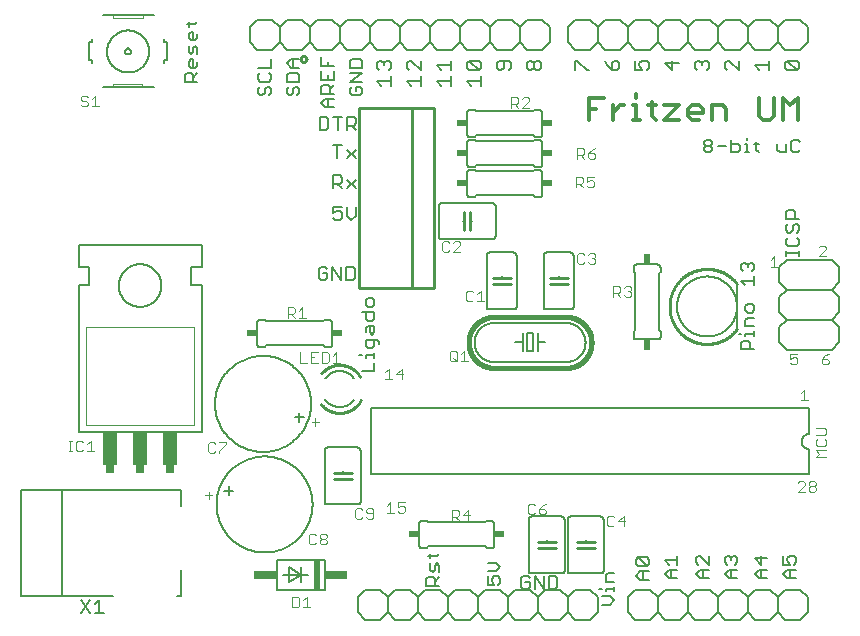
<source format=gto>
G75*
%MOIN*%
%OFA0B0*%
%FSLAX25Y25*%
%IPPOS*%
%LPD*%
%AMOC8*
5,1,8,0,0,1.08239X$1,22.5*
%
%ADD10C,0.01000*%
%ADD11C,0.00700*%
%ADD12C,0.01300*%
%ADD13C,0.00800*%
%ADD14C,0.00400*%
%ADD15C,0.00600*%
%ADD16C,0.00500*%
%ADD17R,0.02000X0.10000*%
%ADD18R,0.07500X0.03000*%
%ADD19C,0.00200*%
%ADD20R,0.03000X0.02500*%
%ADD21R,0.05000X0.11000*%
%ADD22R,0.03400X0.02400*%
%ADD23R,0.02400X0.03400*%
%ADD24C,0.01600*%
D10*
X0178798Y0057500D02*
X0181798Y0057500D01*
X0184798Y0057500D01*
X0184798Y0059500D02*
X0181798Y0059500D01*
X0178798Y0059500D01*
X0174691Y0092668D02*
X0174818Y0092814D01*
X0174947Y0092956D01*
X0175081Y0093096D01*
X0175217Y0093232D01*
X0175357Y0093365D01*
X0175500Y0093495D01*
X0175647Y0093621D01*
X0175796Y0093743D01*
X0175948Y0093862D01*
X0176103Y0093977D01*
X0176260Y0094089D01*
X0176420Y0094196D01*
X0176583Y0094300D01*
X0176749Y0094399D01*
X0176916Y0094495D01*
X0177086Y0094587D01*
X0177258Y0094674D01*
X0177432Y0094758D01*
X0177608Y0094837D01*
X0177786Y0094911D01*
X0177966Y0094982D01*
X0178147Y0095048D01*
X0178330Y0095110D01*
X0178514Y0095167D01*
X0178700Y0095220D01*
X0178887Y0095268D01*
X0179075Y0095312D01*
X0179264Y0095351D01*
X0179454Y0095386D01*
X0179644Y0095416D01*
X0179835Y0095442D01*
X0180027Y0095463D01*
X0180220Y0095479D01*
X0180412Y0095491D01*
X0180605Y0095498D01*
X0180798Y0095500D01*
X0187857Y0083735D02*
X0187764Y0083567D01*
X0187668Y0083401D01*
X0187568Y0083237D01*
X0187463Y0083076D01*
X0187355Y0082917D01*
X0187243Y0082761D01*
X0187127Y0082607D01*
X0187008Y0082457D01*
X0186885Y0082309D01*
X0186759Y0082164D01*
X0186629Y0082023D01*
X0186496Y0081884D01*
X0186359Y0081749D01*
X0186219Y0081617D01*
X0186077Y0081489D01*
X0185931Y0081364D01*
X0185782Y0081242D01*
X0185630Y0081124D01*
X0185476Y0081010D01*
X0185318Y0080900D01*
X0185159Y0080793D01*
X0184996Y0080690D01*
X0184831Y0080591D01*
X0184664Y0080496D01*
X0184495Y0080406D01*
X0184324Y0080319D01*
X0184150Y0080236D01*
X0183975Y0080158D01*
X0183797Y0080084D01*
X0183618Y0080014D01*
X0183438Y0079948D01*
X0183256Y0079887D01*
X0183072Y0079830D01*
X0182887Y0079778D01*
X0182701Y0079730D01*
X0182514Y0079686D01*
X0182326Y0079647D01*
X0182137Y0079613D01*
X0181947Y0079583D01*
X0181757Y0079558D01*
X0181566Y0079537D01*
X0181374Y0079521D01*
X0181182Y0079509D01*
X0180990Y0079502D01*
X0180798Y0079500D01*
X0187744Y0091469D02*
X0187645Y0091638D01*
X0187541Y0091804D01*
X0187434Y0091968D01*
X0187323Y0092129D01*
X0187208Y0092287D01*
X0187089Y0092442D01*
X0186966Y0092595D01*
X0186840Y0092744D01*
X0186710Y0092890D01*
X0186576Y0093033D01*
X0186439Y0093173D01*
X0186299Y0093309D01*
X0186155Y0093442D01*
X0186008Y0093571D01*
X0185858Y0093697D01*
X0185705Y0093818D01*
X0185549Y0093937D01*
X0185390Y0094051D01*
X0185229Y0094161D01*
X0185064Y0094267D01*
X0184898Y0094370D01*
X0184728Y0094468D01*
X0184557Y0094562D01*
X0184383Y0094652D01*
X0184207Y0094737D01*
X0184029Y0094819D01*
X0183849Y0094895D01*
X0183667Y0094968D01*
X0183484Y0095036D01*
X0183299Y0095099D01*
X0183112Y0095158D01*
X0182924Y0095212D01*
X0182735Y0095262D01*
X0182545Y0095307D01*
X0182353Y0095347D01*
X0182161Y0095383D01*
X0181968Y0095414D01*
X0181774Y0095440D01*
X0181579Y0095462D01*
X0181384Y0095478D01*
X0181189Y0095490D01*
X0180993Y0095498D01*
X0180798Y0095500D01*
X0174652Y0082378D02*
X0174779Y0082230D01*
X0174909Y0082085D01*
X0175042Y0081944D01*
X0175179Y0081805D01*
X0175319Y0081670D01*
X0175463Y0081539D01*
X0175610Y0081411D01*
X0175759Y0081286D01*
X0175912Y0081165D01*
X0176067Y0081048D01*
X0176226Y0080935D01*
X0176387Y0080826D01*
X0176551Y0080721D01*
X0176717Y0080619D01*
X0176886Y0080522D01*
X0177056Y0080429D01*
X0177230Y0080340D01*
X0177405Y0080255D01*
X0177582Y0080175D01*
X0177761Y0080099D01*
X0177942Y0080027D01*
X0178125Y0079960D01*
X0178309Y0079897D01*
X0178495Y0079839D01*
X0178682Y0079785D01*
X0178870Y0079736D01*
X0179060Y0079691D01*
X0179250Y0079651D01*
X0179442Y0079616D01*
X0179634Y0079585D01*
X0179827Y0079559D01*
X0180021Y0079538D01*
X0180215Y0079521D01*
X0180409Y0079509D01*
X0180603Y0079502D01*
X0180798Y0079500D01*
X0187298Y0121000D02*
X0187298Y0181000D01*
X0204798Y0181000D01*
X0204798Y0121000D01*
X0187298Y0121000D01*
X0204798Y0121000D02*
X0212298Y0121000D01*
X0212298Y0181000D01*
X0204798Y0181000D01*
X0167798Y0197500D02*
X0167800Y0197563D01*
X0167806Y0197625D01*
X0167816Y0197687D01*
X0167829Y0197749D01*
X0167847Y0197809D01*
X0167868Y0197868D01*
X0167893Y0197926D01*
X0167922Y0197982D01*
X0167954Y0198036D01*
X0167989Y0198088D01*
X0168027Y0198137D01*
X0168069Y0198185D01*
X0168113Y0198229D01*
X0168161Y0198271D01*
X0168210Y0198309D01*
X0168262Y0198344D01*
X0168316Y0198376D01*
X0168372Y0198405D01*
X0168430Y0198430D01*
X0168489Y0198451D01*
X0168549Y0198469D01*
X0168611Y0198482D01*
X0168673Y0198492D01*
X0168735Y0198498D01*
X0168798Y0198500D01*
X0168861Y0198498D01*
X0168923Y0198492D01*
X0168985Y0198482D01*
X0169047Y0198469D01*
X0169107Y0198451D01*
X0169166Y0198430D01*
X0169224Y0198405D01*
X0169280Y0198376D01*
X0169334Y0198344D01*
X0169386Y0198309D01*
X0169435Y0198271D01*
X0169483Y0198229D01*
X0169527Y0198185D01*
X0169569Y0198137D01*
X0169607Y0198088D01*
X0169642Y0198036D01*
X0169674Y0197982D01*
X0169703Y0197926D01*
X0169728Y0197868D01*
X0169749Y0197809D01*
X0169767Y0197749D01*
X0169780Y0197687D01*
X0169790Y0197625D01*
X0169796Y0197563D01*
X0169798Y0197500D01*
X0169796Y0197437D01*
X0169790Y0197375D01*
X0169780Y0197313D01*
X0169767Y0197251D01*
X0169749Y0197191D01*
X0169728Y0197132D01*
X0169703Y0197074D01*
X0169674Y0197018D01*
X0169642Y0196964D01*
X0169607Y0196912D01*
X0169569Y0196863D01*
X0169527Y0196815D01*
X0169483Y0196771D01*
X0169435Y0196729D01*
X0169386Y0196691D01*
X0169334Y0196656D01*
X0169280Y0196624D01*
X0169224Y0196595D01*
X0169166Y0196570D01*
X0169107Y0196549D01*
X0169047Y0196531D01*
X0168985Y0196518D01*
X0168923Y0196508D01*
X0168861Y0196502D01*
X0168798Y0196500D01*
X0168735Y0196502D01*
X0168673Y0196508D01*
X0168611Y0196518D01*
X0168549Y0196531D01*
X0168489Y0196549D01*
X0168430Y0196570D01*
X0168372Y0196595D01*
X0168316Y0196624D01*
X0168262Y0196656D01*
X0168210Y0196691D01*
X0168161Y0196729D01*
X0168113Y0196771D01*
X0168069Y0196815D01*
X0168027Y0196863D01*
X0167989Y0196912D01*
X0167954Y0196964D01*
X0167922Y0197018D01*
X0167893Y0197074D01*
X0167868Y0197132D01*
X0167847Y0197191D01*
X0167829Y0197251D01*
X0167816Y0197313D01*
X0167806Y0197375D01*
X0167800Y0197437D01*
X0167798Y0197500D01*
X0222298Y0146500D02*
X0222298Y0143500D01*
X0222298Y0140500D01*
X0224298Y0140500D02*
X0224298Y0143500D01*
X0224298Y0146500D01*
X0231798Y0124500D02*
X0234798Y0124500D01*
X0237798Y0124500D01*
X0237798Y0122500D02*
X0234798Y0122500D01*
X0231798Y0122500D01*
X0250798Y0122500D02*
X0253798Y0122500D01*
X0256798Y0122500D01*
X0256798Y0124500D02*
X0253798Y0124500D01*
X0250798Y0124500D01*
X0313298Y0122500D02*
X0313111Y0122743D01*
X0312919Y0122981D01*
X0312720Y0123214D01*
X0312516Y0123442D01*
X0312307Y0123665D01*
X0312092Y0123883D01*
X0311872Y0124096D01*
X0311647Y0124303D01*
X0311416Y0124505D01*
X0311181Y0124701D01*
X0310941Y0124891D01*
X0310697Y0125075D01*
X0310448Y0125253D01*
X0310194Y0125425D01*
X0309937Y0125591D01*
X0309676Y0125751D01*
X0309411Y0125904D01*
X0309142Y0126050D01*
X0308869Y0126190D01*
X0308594Y0126323D01*
X0308315Y0126449D01*
X0308033Y0126569D01*
X0307748Y0126681D01*
X0307461Y0126786D01*
X0307171Y0126885D01*
X0306879Y0126976D01*
X0306584Y0127060D01*
X0306288Y0127137D01*
X0305990Y0127207D01*
X0305690Y0127269D01*
X0305389Y0127324D01*
X0305087Y0127371D01*
X0304783Y0127411D01*
X0304479Y0127444D01*
X0304174Y0127469D01*
X0303868Y0127487D01*
X0303562Y0127497D01*
X0303256Y0127500D01*
X0302950Y0127495D01*
X0302644Y0127483D01*
X0302338Y0127463D01*
X0302034Y0127436D01*
X0301729Y0127401D01*
X0301426Y0127359D01*
X0301124Y0127310D01*
X0300823Y0127253D01*
X0300524Y0127188D01*
X0300226Y0127117D01*
X0299931Y0127038D01*
X0299637Y0126952D01*
X0299345Y0126859D01*
X0299056Y0126758D01*
X0298769Y0126651D01*
X0298485Y0126536D01*
X0298204Y0126415D01*
X0297926Y0126287D01*
X0297651Y0126152D01*
X0297380Y0126010D01*
X0297112Y0125862D01*
X0296848Y0125707D01*
X0296588Y0125546D01*
X0296332Y0125379D01*
X0296079Y0125205D01*
X0295832Y0125025D01*
X0295588Y0124839D01*
X0295350Y0124648D01*
X0295116Y0124450D01*
X0294887Y0124247D01*
X0294663Y0124038D01*
X0294444Y0123824D01*
X0294231Y0123604D01*
X0294023Y0123380D01*
X0293820Y0123150D01*
X0293624Y0122916D01*
X0293433Y0122676D01*
X0293248Y0122433D01*
X0293069Y0122184D01*
X0292896Y0121932D01*
X0292729Y0121675D01*
X0292569Y0121414D01*
X0292415Y0121149D01*
X0292268Y0120881D01*
X0292127Y0120609D01*
X0291993Y0120334D01*
X0291866Y0120055D01*
X0291745Y0119774D01*
X0291632Y0119489D01*
X0291526Y0119202D01*
X0291426Y0118913D01*
X0291334Y0118621D01*
X0291249Y0118327D01*
X0291171Y0118031D01*
X0291100Y0117733D01*
X0291037Y0117433D01*
X0290981Y0117132D01*
X0290933Y0116830D01*
X0290892Y0116527D01*
X0290858Y0116223D01*
X0290832Y0115918D01*
X0290813Y0115612D01*
X0290802Y0115306D01*
X0290798Y0115000D01*
X0290802Y0114694D01*
X0290813Y0114388D01*
X0290832Y0114082D01*
X0290858Y0113777D01*
X0290892Y0113473D01*
X0290933Y0113170D01*
X0290981Y0112868D01*
X0291037Y0112567D01*
X0291100Y0112267D01*
X0291171Y0111969D01*
X0291249Y0111673D01*
X0291334Y0111379D01*
X0291426Y0111087D01*
X0291526Y0110798D01*
X0291632Y0110511D01*
X0291745Y0110226D01*
X0291866Y0109945D01*
X0291993Y0109666D01*
X0292127Y0109391D01*
X0292268Y0109119D01*
X0292415Y0108851D01*
X0292569Y0108586D01*
X0292729Y0108325D01*
X0292896Y0108068D01*
X0293069Y0107816D01*
X0293248Y0107567D01*
X0293433Y0107324D01*
X0293624Y0107084D01*
X0293820Y0106850D01*
X0294023Y0106620D01*
X0294231Y0106396D01*
X0294444Y0106176D01*
X0294663Y0105962D01*
X0294887Y0105753D01*
X0295116Y0105550D01*
X0295350Y0105352D01*
X0295588Y0105161D01*
X0295832Y0104975D01*
X0296079Y0104795D01*
X0296332Y0104621D01*
X0296588Y0104454D01*
X0296848Y0104293D01*
X0297112Y0104138D01*
X0297380Y0103990D01*
X0297651Y0103848D01*
X0297926Y0103713D01*
X0298204Y0103585D01*
X0298485Y0103464D01*
X0298769Y0103349D01*
X0299056Y0103242D01*
X0299345Y0103141D01*
X0299637Y0103048D01*
X0299931Y0102962D01*
X0300226Y0102883D01*
X0300524Y0102812D01*
X0300823Y0102747D01*
X0301124Y0102690D01*
X0301426Y0102641D01*
X0301729Y0102599D01*
X0302034Y0102564D01*
X0302338Y0102537D01*
X0302644Y0102517D01*
X0302950Y0102505D01*
X0303256Y0102500D01*
X0303562Y0102503D01*
X0303868Y0102513D01*
X0304174Y0102531D01*
X0304479Y0102556D01*
X0304783Y0102589D01*
X0305087Y0102629D01*
X0305389Y0102676D01*
X0305690Y0102731D01*
X0305990Y0102793D01*
X0306288Y0102863D01*
X0306584Y0102940D01*
X0306879Y0103024D01*
X0307171Y0103115D01*
X0307461Y0103214D01*
X0307748Y0103319D01*
X0308033Y0103431D01*
X0308315Y0103551D01*
X0308594Y0103677D01*
X0308869Y0103810D01*
X0309142Y0103950D01*
X0309411Y0104096D01*
X0309676Y0104249D01*
X0309937Y0104409D01*
X0310194Y0104575D01*
X0310448Y0104747D01*
X0310697Y0104925D01*
X0310941Y0105109D01*
X0311181Y0105299D01*
X0311416Y0105495D01*
X0311647Y0105697D01*
X0311872Y0105904D01*
X0312092Y0106117D01*
X0312307Y0106335D01*
X0312516Y0106558D01*
X0312720Y0106786D01*
X0312919Y0107019D01*
X0313111Y0107257D01*
X0313298Y0107500D01*
X0265798Y0036500D02*
X0262798Y0036500D01*
X0259798Y0036500D01*
X0259798Y0034500D02*
X0262798Y0034500D01*
X0265798Y0034500D01*
X0252798Y0034500D02*
X0249798Y0034500D01*
X0246798Y0034500D01*
X0246798Y0036500D02*
X0249798Y0036500D01*
X0252798Y0036500D01*
D11*
X0269579Y0025398D02*
X0270296Y0026115D01*
X0272448Y0026115D01*
X0269579Y0025398D02*
X0269579Y0023246D01*
X0272448Y0023246D01*
X0272448Y0021611D02*
X0272448Y0020177D01*
X0272448Y0020894D02*
X0269579Y0020894D01*
X0269579Y0020177D01*
X0268144Y0020894D02*
X0267427Y0020894D01*
X0268144Y0018442D02*
X0271013Y0018442D01*
X0272448Y0017007D01*
X0271013Y0015573D01*
X0268144Y0015573D01*
X0253413Y0021567D02*
X0253413Y0024436D01*
X0252696Y0025154D01*
X0250544Y0025154D01*
X0250544Y0020850D01*
X0252696Y0020850D01*
X0253413Y0021567D01*
X0248809Y0020850D02*
X0248809Y0025154D01*
X0245940Y0025154D02*
X0248809Y0020850D01*
X0245940Y0020850D02*
X0245940Y0025154D01*
X0244205Y0024436D02*
X0243488Y0025154D01*
X0242053Y0025154D01*
X0241336Y0024436D01*
X0241336Y0021567D01*
X0242053Y0020850D01*
X0243488Y0020850D01*
X0244205Y0021567D01*
X0244205Y0023002D01*
X0242771Y0023002D01*
X0234448Y0022859D02*
X0234448Y0024294D01*
X0233731Y0025011D01*
X0232296Y0025011D01*
X0231579Y0024294D01*
X0231579Y0023577D01*
X0232296Y0022142D01*
X0230144Y0022142D01*
X0230144Y0025011D01*
X0230144Y0026746D02*
X0233013Y0026746D01*
X0234448Y0028181D01*
X0233013Y0029615D01*
X0230144Y0029615D01*
X0234448Y0022859D02*
X0233731Y0022142D01*
X0213948Y0021850D02*
X0209644Y0021850D01*
X0209644Y0024002D01*
X0210362Y0024719D01*
X0211796Y0024719D01*
X0212513Y0024002D01*
X0212513Y0021850D01*
X0212513Y0023285D02*
X0213948Y0024719D01*
X0213948Y0026454D02*
X0213948Y0028606D01*
X0213231Y0029323D01*
X0212513Y0028606D01*
X0212513Y0027171D01*
X0211796Y0026454D01*
X0211079Y0027171D01*
X0211079Y0029323D01*
X0211079Y0031058D02*
X0211079Y0032492D01*
X0210362Y0031775D02*
X0213231Y0031775D01*
X0213948Y0032492D01*
X0279644Y0030606D02*
X0279644Y0029171D01*
X0280362Y0028454D01*
X0283231Y0028454D01*
X0280362Y0031323D01*
X0283231Y0031323D01*
X0283948Y0030606D01*
X0283948Y0029171D01*
X0283231Y0028454D01*
X0283948Y0026719D02*
X0281079Y0026719D01*
X0279644Y0025285D01*
X0281079Y0023850D01*
X0283948Y0023850D01*
X0281796Y0023850D02*
X0281796Y0026719D01*
X0279644Y0030606D02*
X0280362Y0031323D01*
X0289144Y0030388D02*
X0293448Y0030388D01*
X0293448Y0028954D02*
X0293448Y0031823D01*
X0290579Y0028954D02*
X0289144Y0030388D01*
X0290579Y0027219D02*
X0293448Y0027219D01*
X0291296Y0027219D02*
X0291296Y0024350D01*
X0290579Y0024350D02*
X0289144Y0025785D01*
X0290579Y0027219D01*
X0290579Y0024350D02*
X0293448Y0024350D01*
X0299644Y0025785D02*
X0301079Y0027219D01*
X0303948Y0027219D01*
X0303948Y0028954D02*
X0301079Y0031823D01*
X0300362Y0031823D01*
X0299644Y0031106D01*
X0299644Y0029671D01*
X0300362Y0028954D01*
X0301796Y0027219D02*
X0301796Y0024350D01*
X0301079Y0024350D02*
X0299644Y0025785D01*
X0301079Y0024350D02*
X0303948Y0024350D01*
X0309144Y0025785D02*
X0310579Y0027219D01*
X0313448Y0027219D01*
X0312731Y0028954D02*
X0313448Y0029671D01*
X0313448Y0031106D01*
X0312731Y0031823D01*
X0312013Y0031823D01*
X0311296Y0031106D01*
X0311296Y0030388D01*
X0311296Y0031106D02*
X0310579Y0031823D01*
X0309862Y0031823D01*
X0309144Y0031106D01*
X0309144Y0029671D01*
X0309862Y0028954D01*
X0311296Y0027219D02*
X0311296Y0024350D01*
X0310579Y0024350D02*
X0313448Y0024350D01*
X0310579Y0024350D02*
X0309144Y0025785D01*
X0303948Y0028954D02*
X0303948Y0031823D01*
X0319144Y0031106D02*
X0321296Y0028954D01*
X0321296Y0031823D01*
X0323448Y0031106D02*
X0319144Y0031106D01*
X0320579Y0027219D02*
X0323448Y0027219D01*
X0321296Y0027219D02*
X0321296Y0024350D01*
X0320579Y0024350D02*
X0319144Y0025785D01*
X0320579Y0027219D01*
X0320579Y0024350D02*
X0323448Y0024350D01*
X0328644Y0025785D02*
X0330079Y0027219D01*
X0332948Y0027219D01*
X0332231Y0028954D02*
X0332948Y0029671D01*
X0332948Y0031106D01*
X0332231Y0031823D01*
X0330796Y0031823D01*
X0330079Y0031106D01*
X0330079Y0030388D01*
X0330796Y0028954D01*
X0328644Y0028954D01*
X0328644Y0031823D01*
X0330796Y0027219D02*
X0330796Y0024350D01*
X0330079Y0024350D02*
X0328644Y0025785D01*
X0330079Y0024350D02*
X0332948Y0024350D01*
X0192448Y0093350D02*
X0192448Y0096219D01*
X0192448Y0097954D02*
X0192448Y0099388D01*
X0192448Y0098671D02*
X0189579Y0098671D01*
X0189579Y0097954D01*
X0188144Y0098671D02*
X0187427Y0098671D01*
X0190296Y0101023D02*
X0191731Y0101023D01*
X0192448Y0101740D01*
X0192448Y0103892D01*
X0193165Y0103892D02*
X0189579Y0103892D01*
X0189579Y0101740D01*
X0190296Y0101023D01*
X0193883Y0102458D02*
X0193883Y0103175D01*
X0193165Y0103892D01*
X0191731Y0105627D02*
X0191013Y0106344D01*
X0191013Y0108496D01*
X0190296Y0108496D02*
X0192448Y0108496D01*
X0192448Y0106344D01*
X0191731Y0105627D01*
X0189579Y0106344D02*
X0189579Y0107779D01*
X0190296Y0108496D01*
X0190296Y0110231D02*
X0189579Y0110948D01*
X0189579Y0113100D01*
X0188144Y0113100D02*
X0192448Y0113100D01*
X0192448Y0110948D01*
X0191731Y0110231D01*
X0190296Y0110231D01*
X0190296Y0114835D02*
X0191731Y0114835D01*
X0192448Y0115552D01*
X0192448Y0116987D01*
X0191731Y0117704D01*
X0190296Y0117704D01*
X0189579Y0116987D01*
X0189579Y0115552D01*
X0190296Y0114835D01*
X0185196Y0123850D02*
X0183044Y0123850D01*
X0183044Y0128154D01*
X0185196Y0128154D01*
X0185913Y0127436D01*
X0185913Y0124567D01*
X0185196Y0123850D01*
X0181309Y0123850D02*
X0181309Y0128154D01*
X0178440Y0128154D02*
X0181309Y0123850D01*
X0178440Y0123850D02*
X0178440Y0128154D01*
X0176705Y0127436D02*
X0175988Y0128154D01*
X0174553Y0128154D01*
X0173836Y0127436D01*
X0173836Y0124567D01*
X0174553Y0123850D01*
X0175988Y0123850D01*
X0176705Y0124567D01*
X0176705Y0126002D01*
X0175271Y0126002D01*
X0179365Y0143850D02*
X0178648Y0144567D01*
X0179365Y0143850D02*
X0180800Y0143850D01*
X0181517Y0144567D01*
X0181517Y0146002D01*
X0180800Y0146719D01*
X0180083Y0146719D01*
X0178648Y0146002D01*
X0178648Y0148154D01*
X0181517Y0148154D01*
X0183252Y0148154D02*
X0183252Y0145285D01*
X0184686Y0143850D01*
X0186121Y0145285D01*
X0186121Y0148154D01*
X0186121Y0154350D02*
X0183252Y0157219D01*
X0181517Y0156502D02*
X0180800Y0155785D01*
X0178648Y0155785D01*
X0180083Y0155785D02*
X0181517Y0154350D01*
X0183252Y0154350D02*
X0186121Y0157219D01*
X0181517Y0157936D02*
X0181517Y0156502D01*
X0181517Y0157936D02*
X0180800Y0158654D01*
X0178648Y0158654D01*
X0178648Y0154350D01*
X0180083Y0164350D02*
X0180083Y0168654D01*
X0181517Y0168654D02*
X0178648Y0168654D01*
X0183252Y0167219D02*
X0186121Y0164350D01*
X0183252Y0164350D02*
X0186121Y0167219D01*
X0186225Y0173850D02*
X0184790Y0175285D01*
X0185508Y0175285D02*
X0183356Y0175285D01*
X0183356Y0173850D02*
X0183356Y0178154D01*
X0185508Y0178154D01*
X0186225Y0177436D01*
X0186225Y0176002D01*
X0185508Y0175285D01*
X0181621Y0178154D02*
X0178752Y0178154D01*
X0180186Y0178154D02*
X0180186Y0173850D01*
X0177017Y0174567D02*
X0176300Y0173850D01*
X0174148Y0173850D01*
X0174148Y0178154D01*
X0176300Y0178154D01*
X0177017Y0177436D01*
X0177017Y0174567D01*
X0176796Y0181350D02*
X0176796Y0184219D01*
X0176079Y0184219D02*
X0178948Y0184219D01*
X0178948Y0185954D02*
X0174644Y0185954D01*
X0174644Y0188106D01*
X0175362Y0188823D01*
X0176796Y0188823D01*
X0177513Y0188106D01*
X0177513Y0185954D01*
X0177513Y0187388D02*
X0178948Y0188823D01*
X0178948Y0190558D02*
X0178948Y0193427D01*
X0178948Y0195162D02*
X0174644Y0195162D01*
X0174644Y0198031D01*
X0176796Y0196596D02*
X0176796Y0195162D01*
X0174644Y0193427D02*
X0174644Y0190558D01*
X0178948Y0190558D01*
X0176796Y0190558D02*
X0176796Y0191992D01*
X0184144Y0192823D02*
X0188448Y0192823D01*
X0184144Y0189954D01*
X0188448Y0189954D01*
X0187731Y0188219D02*
X0186296Y0188219D01*
X0186296Y0186785D01*
X0184862Y0188219D02*
X0184144Y0187502D01*
X0184144Y0186067D01*
X0184862Y0185350D01*
X0187731Y0185350D01*
X0188448Y0186067D01*
X0188448Y0187502D01*
X0187731Y0188219D01*
X0193144Y0190172D02*
X0198048Y0190172D01*
X0198048Y0188537D02*
X0198048Y0191807D01*
X0197231Y0193694D02*
X0198048Y0194511D01*
X0198048Y0196146D01*
X0197231Y0196963D01*
X0196413Y0196963D01*
X0195596Y0196146D01*
X0195596Y0195328D01*
X0195596Y0196146D02*
X0194779Y0196963D01*
X0193961Y0196963D01*
X0193144Y0196146D01*
X0193144Y0194511D01*
X0193961Y0193694D01*
X0193144Y0190172D02*
X0194779Y0188537D01*
X0203144Y0190172D02*
X0208048Y0190172D01*
X0208048Y0188537D02*
X0208048Y0191807D01*
X0208048Y0193694D02*
X0204779Y0196963D01*
X0203961Y0196963D01*
X0203144Y0196146D01*
X0203144Y0194511D01*
X0203961Y0193694D01*
X0208048Y0193694D02*
X0208048Y0196963D01*
X0213144Y0195328D02*
X0214779Y0193694D01*
X0213144Y0195328D02*
X0218048Y0195328D01*
X0218048Y0193694D02*
X0218048Y0196963D01*
X0223144Y0196146D02*
X0223144Y0194511D01*
X0223961Y0193694D01*
X0227231Y0193694D01*
X0223961Y0196963D01*
X0227231Y0196963D01*
X0228048Y0196146D01*
X0228048Y0194511D01*
X0227231Y0193694D01*
X0228048Y0191807D02*
X0228048Y0188537D01*
X0228048Y0190172D02*
X0223144Y0190172D01*
X0224779Y0188537D01*
X0218048Y0188537D02*
X0218048Y0191807D01*
X0218048Y0190172D02*
X0213144Y0190172D01*
X0214779Y0188537D01*
X0204779Y0188537D02*
X0203144Y0190172D01*
X0188448Y0194558D02*
X0188448Y0196710D01*
X0187731Y0197427D01*
X0184862Y0197427D01*
X0184144Y0196710D01*
X0184144Y0194558D01*
X0188448Y0194558D01*
X0176079Y0184219D02*
X0174644Y0182785D01*
X0176079Y0181350D01*
X0178948Y0181350D01*
X0167448Y0186067D02*
X0166731Y0185350D01*
X0167448Y0186067D02*
X0167448Y0187502D01*
X0166731Y0188219D01*
X0166013Y0188219D01*
X0165296Y0187502D01*
X0165296Y0186067D01*
X0164579Y0185350D01*
X0163862Y0185350D01*
X0163144Y0186067D01*
X0163144Y0187502D01*
X0163862Y0188219D01*
X0163144Y0189954D02*
X0163144Y0192106D01*
X0163862Y0192823D01*
X0166731Y0192823D01*
X0167448Y0192106D01*
X0167448Y0189954D01*
X0163144Y0189954D01*
X0157948Y0190671D02*
X0157948Y0192106D01*
X0157231Y0192823D01*
X0157948Y0194558D02*
X0153644Y0194558D01*
X0154362Y0192823D02*
X0153644Y0192106D01*
X0153644Y0190671D01*
X0154362Y0189954D01*
X0157231Y0189954D01*
X0157948Y0190671D01*
X0157948Y0194558D02*
X0157948Y0197427D01*
X0163144Y0195992D02*
X0164579Y0194558D01*
X0167448Y0194558D01*
X0165296Y0194558D02*
X0165296Y0197427D01*
X0164579Y0197427D02*
X0167448Y0197427D01*
X0164579Y0197427D02*
X0163144Y0195992D01*
X0157231Y0188219D02*
X0157948Y0187502D01*
X0157948Y0186067D01*
X0157231Y0185350D01*
X0155796Y0186067D02*
X0155079Y0185350D01*
X0154362Y0185350D01*
X0153644Y0186067D01*
X0153644Y0187502D01*
X0154362Y0188219D01*
X0155796Y0187502D02*
X0156513Y0188219D01*
X0157231Y0188219D01*
X0155796Y0187502D02*
X0155796Y0186067D01*
X0133448Y0189850D02*
X0129144Y0189850D01*
X0129144Y0192002D01*
X0129862Y0192719D01*
X0131296Y0192719D01*
X0132013Y0192002D01*
X0132013Y0189850D01*
X0132013Y0191285D02*
X0133448Y0192719D01*
X0132731Y0194454D02*
X0131296Y0194454D01*
X0130579Y0195171D01*
X0130579Y0196606D01*
X0131296Y0197323D01*
X0132013Y0197323D01*
X0132013Y0194454D01*
X0132731Y0194454D02*
X0133448Y0195171D01*
X0133448Y0196606D01*
X0133448Y0199058D02*
X0133448Y0201210D01*
X0132731Y0201927D01*
X0132013Y0201210D01*
X0132013Y0199775D01*
X0131296Y0199058D01*
X0130579Y0199775D01*
X0130579Y0201927D01*
X0131296Y0203662D02*
X0130579Y0204379D01*
X0130579Y0205814D01*
X0131296Y0206531D01*
X0132013Y0206531D01*
X0132013Y0203662D01*
X0131296Y0203662D02*
X0132731Y0203662D01*
X0133448Y0204379D01*
X0133448Y0205814D01*
X0132731Y0208983D02*
X0129862Y0208983D01*
X0130579Y0208266D02*
X0130579Y0209700D01*
X0132731Y0208983D02*
X0133448Y0209700D01*
X0223144Y0196146D02*
X0223961Y0196963D01*
X0233144Y0196146D02*
X0233144Y0194511D01*
X0233961Y0193694D01*
X0234779Y0193694D01*
X0235596Y0194511D01*
X0235596Y0196963D01*
X0237231Y0196963D02*
X0233961Y0196963D01*
X0233144Y0196146D01*
X0237231Y0196963D02*
X0238048Y0196146D01*
X0238048Y0194511D01*
X0237231Y0193694D01*
X0243144Y0194511D02*
X0243144Y0196146D01*
X0243961Y0196963D01*
X0244779Y0196963D01*
X0245596Y0196146D01*
X0245596Y0194511D01*
X0244779Y0193694D01*
X0243961Y0193694D01*
X0243144Y0194511D01*
X0245596Y0194511D02*
X0246413Y0193694D01*
X0247231Y0193694D01*
X0248048Y0194511D01*
X0248048Y0196146D01*
X0247231Y0196963D01*
X0246413Y0196963D01*
X0245596Y0196146D01*
X0259144Y0196963D02*
X0259144Y0193694D01*
X0259144Y0196963D02*
X0259961Y0196963D01*
X0263231Y0193694D01*
X0264048Y0193694D01*
X0269144Y0196963D02*
X0269961Y0195328D01*
X0271596Y0193694D01*
X0271596Y0196146D01*
X0272413Y0196963D01*
X0273231Y0196963D01*
X0274048Y0196146D01*
X0274048Y0194511D01*
X0273231Y0193694D01*
X0271596Y0193694D01*
X0279144Y0193694D02*
X0279144Y0196963D01*
X0280779Y0196146D02*
X0281596Y0196963D01*
X0283231Y0196963D01*
X0284048Y0196146D01*
X0284048Y0194511D01*
X0283231Y0193694D01*
X0281596Y0193694D02*
X0280779Y0195328D01*
X0280779Y0196146D01*
X0281596Y0193694D02*
X0279144Y0193694D01*
X0289144Y0196146D02*
X0291596Y0193694D01*
X0291596Y0196963D01*
X0294048Y0196146D02*
X0289144Y0196146D01*
X0299144Y0196146D02*
X0299144Y0194511D01*
X0299961Y0193694D01*
X0301596Y0195328D02*
X0301596Y0196146D01*
X0302413Y0196963D01*
X0303231Y0196963D01*
X0304048Y0196146D01*
X0304048Y0194511D01*
X0303231Y0193694D01*
X0301596Y0196146D02*
X0300779Y0196963D01*
X0299961Y0196963D01*
X0299144Y0196146D01*
X0309144Y0196146D02*
X0309144Y0194511D01*
X0309961Y0193694D01*
X0309144Y0196146D02*
X0309961Y0196963D01*
X0310779Y0196963D01*
X0314048Y0193694D01*
X0314048Y0196963D01*
X0319144Y0195328D02*
X0324048Y0195328D01*
X0324048Y0193694D02*
X0324048Y0196963D01*
X0320779Y0193694D02*
X0319144Y0195328D01*
X0329144Y0194511D02*
X0329144Y0196146D01*
X0329961Y0196963D01*
X0333231Y0193694D01*
X0334048Y0194511D01*
X0334048Y0196146D01*
X0333231Y0196963D01*
X0329961Y0196963D01*
X0329144Y0194511D02*
X0329961Y0193694D01*
X0333231Y0193694D01*
X0331796Y0147115D02*
X0332513Y0146398D01*
X0332513Y0144246D01*
X0333948Y0144246D02*
X0329644Y0144246D01*
X0329644Y0146398D01*
X0330362Y0147115D01*
X0331796Y0147115D01*
X0332513Y0142511D02*
X0333231Y0142511D01*
X0333948Y0141794D01*
X0333948Y0140359D01*
X0333231Y0139642D01*
X0331796Y0140359D02*
X0331796Y0141794D01*
X0332513Y0142511D01*
X0330362Y0142511D02*
X0329644Y0141794D01*
X0329644Y0140359D01*
X0330362Y0139642D01*
X0331079Y0139642D01*
X0331796Y0140359D01*
X0330362Y0137907D02*
X0329644Y0137190D01*
X0329644Y0135755D01*
X0330362Y0135038D01*
X0333231Y0135038D01*
X0333948Y0135755D01*
X0333948Y0137190D01*
X0333231Y0137907D01*
X0333948Y0133403D02*
X0333948Y0131969D01*
X0333948Y0132686D02*
X0329644Y0132686D01*
X0329644Y0131969D02*
X0329644Y0133403D01*
X0318948Y0128898D02*
X0318948Y0127463D01*
X0318231Y0126746D01*
X0318948Y0125011D02*
X0318948Y0122142D01*
X0318948Y0123577D02*
X0314644Y0123577D01*
X0316079Y0122142D01*
X0315362Y0126746D02*
X0314644Y0127463D01*
X0314644Y0128898D01*
X0315362Y0129615D01*
X0316079Y0129615D01*
X0316796Y0128898D01*
X0317513Y0129615D01*
X0318231Y0129615D01*
X0318948Y0128898D01*
X0316796Y0128898D02*
X0316796Y0128181D01*
X0316796Y0115803D02*
X0316079Y0115086D01*
X0316079Y0113652D01*
X0316796Y0112934D01*
X0318231Y0112934D01*
X0318948Y0113652D01*
X0318948Y0115086D01*
X0318231Y0115803D01*
X0316796Y0115803D01*
X0316796Y0111199D02*
X0318948Y0111199D01*
X0316796Y0111199D02*
X0316079Y0110482D01*
X0316079Y0108330D01*
X0318948Y0108330D01*
X0318948Y0106696D02*
X0318948Y0105261D01*
X0318948Y0105978D02*
X0316079Y0105978D01*
X0316079Y0105261D01*
X0314644Y0105978D02*
X0313927Y0105978D01*
X0315362Y0103526D02*
X0316796Y0103526D01*
X0317513Y0102809D01*
X0317513Y0100657D01*
X0318948Y0100657D02*
X0314644Y0100657D01*
X0314644Y0102809D01*
X0315362Y0103526D01*
X0192448Y0093350D02*
X0188144Y0093350D01*
X0100686Y0017154D02*
X0100686Y0012850D01*
X0099252Y0012850D02*
X0102121Y0012850D01*
X0099252Y0015719D02*
X0100686Y0017154D01*
X0097517Y0017154D02*
X0094648Y0012850D01*
X0097517Y0012850D02*
X0094648Y0017154D01*
D12*
X0263948Y0177150D02*
X0263948Y0184456D01*
X0268819Y0184456D01*
X0271867Y0182021D02*
X0271867Y0177150D01*
X0271867Y0179585D02*
X0274302Y0182021D01*
X0275520Y0182021D01*
X0278466Y0182021D02*
X0279683Y0182021D01*
X0279683Y0177150D01*
X0278466Y0177150D02*
X0280901Y0177150D01*
X0284963Y0178368D02*
X0286180Y0177150D01*
X0284963Y0178368D02*
X0284963Y0183239D01*
X0286180Y0182021D02*
X0283745Y0182021D01*
X0279683Y0184456D02*
X0279683Y0185674D01*
X0289024Y0182021D02*
X0293895Y0182021D01*
X0289024Y0177150D01*
X0293895Y0177150D01*
X0296943Y0178368D02*
X0296943Y0180803D01*
X0298161Y0182021D01*
X0300596Y0182021D01*
X0301814Y0180803D01*
X0301814Y0179585D01*
X0296943Y0179585D01*
X0296943Y0178368D02*
X0298161Y0177150D01*
X0300596Y0177150D01*
X0304862Y0177150D02*
X0304862Y0182021D01*
X0308515Y0182021D01*
X0309732Y0180803D01*
X0309732Y0177150D01*
X0320699Y0178368D02*
X0320699Y0184456D01*
X0325570Y0184456D02*
X0325570Y0178368D01*
X0324352Y0177150D01*
X0321917Y0177150D01*
X0320699Y0178368D01*
X0328618Y0177150D02*
X0328618Y0184456D01*
X0331053Y0182021D01*
X0333489Y0184456D01*
X0333489Y0177150D01*
X0266383Y0180803D02*
X0263948Y0180803D01*
D13*
X0302198Y0169903D02*
X0302198Y0169202D01*
X0302899Y0168502D01*
X0304300Y0168502D01*
X0305000Y0167801D01*
X0305000Y0167101D01*
X0304300Y0166400D01*
X0302899Y0166400D01*
X0302198Y0167101D01*
X0302198Y0167801D01*
X0302899Y0168502D01*
X0304300Y0168502D02*
X0305000Y0169202D01*
X0305000Y0169903D01*
X0304300Y0170604D01*
X0302899Y0170604D01*
X0302198Y0169903D01*
X0306802Y0168502D02*
X0309604Y0168502D01*
X0311406Y0169202D02*
X0313508Y0169202D01*
X0314208Y0168502D01*
X0314208Y0167101D01*
X0313508Y0166400D01*
X0311406Y0166400D01*
X0311406Y0170604D01*
X0316010Y0169202D02*
X0316710Y0169202D01*
X0316710Y0166400D01*
X0316010Y0166400D02*
X0317411Y0166400D01*
X0319780Y0167101D02*
X0320480Y0166400D01*
X0319780Y0167101D02*
X0319780Y0169903D01*
X0320480Y0169202D02*
X0319079Y0169202D01*
X0316710Y0170604D02*
X0316710Y0171304D01*
X0326752Y0169202D02*
X0326752Y0167101D01*
X0327453Y0166400D01*
X0329555Y0166400D01*
X0329555Y0169202D01*
X0331356Y0169903D02*
X0331356Y0167101D01*
X0332057Y0166400D01*
X0333458Y0166400D01*
X0334159Y0167101D01*
X0334159Y0169903D02*
X0333458Y0170604D01*
X0332057Y0170604D01*
X0331356Y0169903D01*
X0313298Y0122500D02*
X0313298Y0107500D01*
D14*
X0330998Y0099303D02*
X0330998Y0097502D01*
X0332199Y0098102D01*
X0332800Y0098102D01*
X0333400Y0097502D01*
X0333400Y0096301D01*
X0332800Y0095700D01*
X0331598Y0095700D01*
X0330998Y0096301D01*
X0330998Y0099303D02*
X0333400Y0099303D01*
X0341498Y0097502D02*
X0341498Y0096301D01*
X0342098Y0095700D01*
X0343300Y0095700D01*
X0343900Y0096301D01*
X0343900Y0096901D01*
X0343300Y0097502D01*
X0341498Y0097502D01*
X0342699Y0098703D01*
X0343900Y0099303D01*
X0335699Y0087303D02*
X0335699Y0083700D01*
X0334498Y0083700D02*
X0336900Y0083700D01*
X0334498Y0086102D02*
X0335699Y0087303D01*
X0339495Y0074468D02*
X0342497Y0074468D01*
X0343098Y0073868D01*
X0343098Y0072667D01*
X0342497Y0072066D01*
X0339495Y0072066D01*
X0340095Y0070785D02*
X0339495Y0070185D01*
X0339495Y0068984D01*
X0340095Y0068383D01*
X0342497Y0068383D01*
X0343098Y0068984D01*
X0343098Y0070185D01*
X0342497Y0070785D01*
X0343098Y0067102D02*
X0339495Y0067102D01*
X0340696Y0065901D01*
X0339495Y0064700D01*
X0343098Y0064700D01*
X0338983Y0056803D02*
X0337782Y0056803D01*
X0337181Y0056203D01*
X0337181Y0055602D01*
X0337782Y0055002D01*
X0338983Y0055002D01*
X0339583Y0054401D01*
X0339583Y0053801D01*
X0338983Y0053200D01*
X0337782Y0053200D01*
X0337181Y0053801D01*
X0337181Y0054401D01*
X0337782Y0055002D01*
X0338983Y0055002D02*
X0339583Y0055602D01*
X0339583Y0056203D01*
X0338983Y0056803D01*
X0335900Y0056203D02*
X0335300Y0056803D01*
X0334098Y0056803D01*
X0333498Y0056203D01*
X0335900Y0056203D02*
X0335900Y0055602D01*
X0333498Y0053200D01*
X0335900Y0053200D01*
X0276083Y0043502D02*
X0273681Y0043502D01*
X0275483Y0045303D01*
X0275483Y0041700D01*
X0272400Y0042301D02*
X0271800Y0041700D01*
X0270598Y0041700D01*
X0269998Y0042301D01*
X0269998Y0044703D01*
X0270598Y0045303D01*
X0271800Y0045303D01*
X0272400Y0044703D01*
X0249717Y0046301D02*
X0249717Y0046901D01*
X0249116Y0047502D01*
X0247315Y0047502D01*
X0247315Y0046301D01*
X0247915Y0045700D01*
X0249116Y0045700D01*
X0249717Y0046301D01*
X0248516Y0048703D02*
X0247315Y0047502D01*
X0248516Y0048703D02*
X0249717Y0049303D01*
X0246034Y0048703D02*
X0245433Y0049303D01*
X0244232Y0049303D01*
X0243632Y0048703D01*
X0243632Y0046301D01*
X0244232Y0045700D01*
X0245433Y0045700D01*
X0246034Y0046301D01*
X0224217Y0045502D02*
X0221815Y0045502D01*
X0223616Y0047303D01*
X0223616Y0043700D01*
X0220534Y0043700D02*
X0219333Y0044901D01*
X0219933Y0044901D02*
X0218132Y0044901D01*
X0218132Y0043700D02*
X0218132Y0047303D01*
X0219933Y0047303D01*
X0220534Y0046703D01*
X0220534Y0045502D01*
X0219933Y0044901D01*
X0202583Y0046801D02*
X0201983Y0046200D01*
X0200782Y0046200D01*
X0200181Y0046801D01*
X0200181Y0048002D02*
X0201382Y0048602D01*
X0201983Y0048602D01*
X0202583Y0048002D01*
X0202583Y0046801D01*
X0200181Y0048002D02*
X0200181Y0049803D01*
X0202583Y0049803D01*
X0197699Y0049803D02*
X0196498Y0048602D01*
X0197699Y0049803D02*
X0197699Y0046200D01*
X0196498Y0046200D02*
X0198900Y0046200D01*
X0192083Y0046002D02*
X0190282Y0046002D01*
X0189681Y0046602D01*
X0189681Y0047203D01*
X0190282Y0047803D01*
X0191483Y0047803D01*
X0192083Y0047203D01*
X0192083Y0044801D01*
X0191483Y0044200D01*
X0190282Y0044200D01*
X0189681Y0044801D01*
X0188400Y0044801D02*
X0187800Y0044200D01*
X0186598Y0044200D01*
X0185998Y0044801D01*
X0185998Y0047203D01*
X0186598Y0047803D01*
X0187800Y0047803D01*
X0188400Y0047203D01*
X0176583Y0038703D02*
X0176583Y0038102D01*
X0175983Y0037502D01*
X0174782Y0037502D01*
X0174181Y0038102D01*
X0174181Y0038703D01*
X0174782Y0039303D01*
X0175983Y0039303D01*
X0176583Y0038703D01*
X0175983Y0037502D02*
X0176583Y0036901D01*
X0176583Y0036301D01*
X0175983Y0035700D01*
X0174782Y0035700D01*
X0174181Y0036301D01*
X0174181Y0036901D01*
X0174782Y0037502D01*
X0172900Y0038703D02*
X0172300Y0039303D01*
X0171098Y0039303D01*
X0170498Y0038703D01*
X0170498Y0036301D01*
X0171098Y0035700D01*
X0172300Y0035700D01*
X0172900Y0036301D01*
X0169882Y0018303D02*
X0169882Y0014700D01*
X0168681Y0014700D02*
X0171083Y0014700D01*
X0168681Y0017102D02*
X0169882Y0018303D01*
X0167400Y0017703D02*
X0166800Y0018303D01*
X0164998Y0018303D01*
X0164998Y0014700D01*
X0166800Y0014700D01*
X0167400Y0015301D01*
X0167400Y0017703D01*
X0137199Y0050801D02*
X0137199Y0053203D01*
X0135998Y0052002D02*
X0138400Y0052002D01*
X0138800Y0066200D02*
X0139400Y0066801D01*
X0138800Y0066200D02*
X0137598Y0066200D01*
X0136998Y0066801D01*
X0136998Y0069203D01*
X0137598Y0069803D01*
X0138800Y0069803D01*
X0139400Y0069203D01*
X0140681Y0069803D02*
X0143083Y0069803D01*
X0143083Y0069203D01*
X0140681Y0066801D01*
X0140681Y0066200D01*
X0171498Y0076502D02*
X0173900Y0076502D01*
X0172699Y0077703D02*
X0172699Y0075301D01*
X0195998Y0090700D02*
X0198400Y0090700D01*
X0197199Y0090700D02*
X0197199Y0094303D01*
X0195998Y0093102D01*
X0199681Y0092502D02*
X0201483Y0094303D01*
X0201483Y0090700D01*
X0202083Y0092502D02*
X0199681Y0092502D01*
X0217498Y0097301D02*
X0218098Y0096700D01*
X0219300Y0096700D01*
X0219900Y0097301D01*
X0219900Y0099703D01*
X0219300Y0100303D01*
X0218098Y0100303D01*
X0217498Y0099703D01*
X0217498Y0097301D01*
X0218699Y0097901D02*
X0219900Y0096700D01*
X0221181Y0096700D02*
X0223583Y0096700D01*
X0222382Y0096700D02*
X0222382Y0100303D01*
X0221181Y0099102D01*
X0223598Y0116700D02*
X0224800Y0116700D01*
X0225400Y0117301D01*
X0226681Y0116700D02*
X0229083Y0116700D01*
X0227882Y0116700D02*
X0227882Y0120303D01*
X0226681Y0119102D01*
X0225400Y0119703D02*
X0224800Y0120303D01*
X0223598Y0120303D01*
X0222998Y0119703D01*
X0222998Y0117301D01*
X0223598Y0116700D01*
X0221083Y0133200D02*
X0218681Y0133200D01*
X0221083Y0135602D01*
X0221083Y0136203D01*
X0220483Y0136803D01*
X0219282Y0136803D01*
X0218681Y0136203D01*
X0217400Y0136203D02*
X0216800Y0136803D01*
X0215598Y0136803D01*
X0214998Y0136203D01*
X0214998Y0133801D01*
X0215598Y0133200D01*
X0216800Y0133200D01*
X0217400Y0133801D01*
X0259998Y0132203D02*
X0259998Y0129801D01*
X0260598Y0129200D01*
X0261800Y0129200D01*
X0262400Y0129801D01*
X0263681Y0129801D02*
X0264282Y0129200D01*
X0265483Y0129200D01*
X0266083Y0129801D01*
X0266083Y0130401D01*
X0265483Y0131002D01*
X0264882Y0131002D01*
X0265483Y0131002D02*
X0266083Y0131602D01*
X0266083Y0132203D01*
X0265483Y0132803D01*
X0264282Y0132803D01*
X0263681Y0132203D01*
X0262400Y0132203D02*
X0261800Y0132803D01*
X0260598Y0132803D01*
X0259998Y0132203D01*
X0271998Y0121803D02*
X0273800Y0121803D01*
X0274400Y0121203D01*
X0274400Y0120002D01*
X0273800Y0119401D01*
X0271998Y0119401D01*
X0271998Y0118200D02*
X0271998Y0121803D01*
X0273199Y0119401D02*
X0274400Y0118200D01*
X0275681Y0118801D02*
X0276282Y0118200D01*
X0277483Y0118200D01*
X0278083Y0118801D01*
X0278083Y0119401D01*
X0277483Y0120002D01*
X0276882Y0120002D01*
X0277483Y0120002D02*
X0278083Y0120602D01*
X0278083Y0121203D01*
X0277483Y0121803D01*
X0276282Y0121803D01*
X0275681Y0121203D01*
X0324498Y0128200D02*
X0326900Y0128200D01*
X0325699Y0128200D02*
X0325699Y0131803D01*
X0324498Y0130602D01*
X0340498Y0131700D02*
X0342900Y0134102D01*
X0342900Y0134703D01*
X0342300Y0135303D01*
X0341098Y0135303D01*
X0340498Y0134703D01*
X0340498Y0131700D02*
X0342900Y0131700D01*
X0266083Y0164801D02*
X0266083Y0165401D01*
X0265483Y0166002D01*
X0263681Y0166002D01*
X0263681Y0164801D01*
X0264282Y0164200D01*
X0265483Y0164200D01*
X0266083Y0164801D01*
X0264882Y0167203D02*
X0263681Y0166002D01*
X0262400Y0166002D02*
X0261800Y0165401D01*
X0259998Y0165401D01*
X0259998Y0164200D02*
X0259998Y0167803D01*
X0261800Y0167803D01*
X0262400Y0167203D01*
X0262400Y0166002D01*
X0261199Y0165401D02*
X0262400Y0164200D01*
X0264882Y0167203D02*
X0266083Y0167803D01*
X0265583Y0158303D02*
X0263181Y0158303D01*
X0263181Y0156502D01*
X0264382Y0157102D01*
X0264983Y0157102D01*
X0265583Y0156502D01*
X0265583Y0155301D01*
X0264983Y0154700D01*
X0263782Y0154700D01*
X0263181Y0155301D01*
X0261900Y0154700D02*
X0260699Y0155901D01*
X0261300Y0155901D02*
X0259498Y0155901D01*
X0259498Y0154700D02*
X0259498Y0158303D01*
X0261300Y0158303D01*
X0261900Y0157703D01*
X0261900Y0156502D01*
X0261300Y0155901D01*
X0244083Y0181200D02*
X0241681Y0181200D01*
X0244083Y0183602D01*
X0244083Y0184203D01*
X0243483Y0184803D01*
X0242282Y0184803D01*
X0241681Y0184203D01*
X0240400Y0184203D02*
X0240400Y0183002D01*
X0239800Y0182401D01*
X0237998Y0182401D01*
X0237998Y0181200D02*
X0237998Y0184803D01*
X0239800Y0184803D01*
X0240400Y0184203D01*
X0239199Y0182401D02*
X0240400Y0181200D01*
X0168382Y0114803D02*
X0168382Y0111200D01*
X0167181Y0111200D02*
X0169583Y0111200D01*
X0167181Y0113602D02*
X0168382Y0114803D01*
X0165900Y0114203D02*
X0165900Y0113002D01*
X0165300Y0112401D01*
X0163498Y0112401D01*
X0163498Y0111200D02*
X0163498Y0114803D01*
X0165300Y0114803D01*
X0165900Y0114203D01*
X0164699Y0112401D02*
X0165900Y0111200D01*
X0167498Y0099803D02*
X0167498Y0096200D01*
X0169900Y0096200D01*
X0171181Y0096200D02*
X0173583Y0096200D01*
X0174864Y0096200D02*
X0176666Y0096200D01*
X0177266Y0096801D01*
X0177266Y0099203D01*
X0176666Y0099803D01*
X0174864Y0099803D01*
X0174864Y0096200D01*
X0172382Y0098002D02*
X0171181Y0098002D01*
X0171181Y0099803D02*
X0171181Y0096200D01*
X0171181Y0099803D02*
X0173583Y0099803D01*
X0178547Y0098602D02*
X0179748Y0099803D01*
X0179748Y0096200D01*
X0178547Y0096200D02*
X0180949Y0096200D01*
X0097838Y0070303D02*
X0097838Y0066700D01*
X0096637Y0066700D02*
X0099039Y0066700D01*
X0096637Y0069102D02*
X0097838Y0070303D01*
X0095355Y0069703D02*
X0094755Y0070303D01*
X0093554Y0070303D01*
X0092953Y0069703D01*
X0092953Y0067301D01*
X0093554Y0066700D01*
X0094755Y0066700D01*
X0095355Y0067301D01*
X0091699Y0066700D02*
X0090498Y0066700D01*
X0091098Y0066700D02*
X0091098Y0070303D01*
X0090498Y0070303D02*
X0091699Y0070303D01*
X0095098Y0181700D02*
X0094498Y0182301D01*
X0095098Y0181700D02*
X0096300Y0181700D01*
X0096900Y0182301D01*
X0096900Y0182901D01*
X0096300Y0183502D01*
X0095098Y0183502D01*
X0094498Y0184102D01*
X0094498Y0184703D01*
X0095098Y0185303D01*
X0096300Y0185303D01*
X0096900Y0184703D01*
X0098181Y0184102D02*
X0099382Y0185303D01*
X0099382Y0181700D01*
X0098181Y0181700D02*
X0100583Y0181700D01*
D15*
X0101798Y0188000D02*
X0105298Y0188000D01*
X0114798Y0188000D01*
X0118798Y0188000D01*
X0122298Y0196000D02*
X0122298Y0197000D01*
X0123298Y0197000D01*
X0123298Y0203000D01*
X0122298Y0203000D01*
X0122298Y0204000D01*
X0109298Y0200000D02*
X0109300Y0200063D01*
X0109306Y0200125D01*
X0109316Y0200187D01*
X0109329Y0200249D01*
X0109347Y0200309D01*
X0109368Y0200368D01*
X0109393Y0200426D01*
X0109422Y0200482D01*
X0109454Y0200536D01*
X0109489Y0200588D01*
X0109527Y0200637D01*
X0109569Y0200685D01*
X0109613Y0200729D01*
X0109661Y0200771D01*
X0109710Y0200809D01*
X0109762Y0200844D01*
X0109816Y0200876D01*
X0109872Y0200905D01*
X0109930Y0200930D01*
X0109989Y0200951D01*
X0110049Y0200969D01*
X0110111Y0200982D01*
X0110173Y0200992D01*
X0110235Y0200998D01*
X0110298Y0201000D01*
X0110361Y0200998D01*
X0110423Y0200992D01*
X0110485Y0200982D01*
X0110547Y0200969D01*
X0110607Y0200951D01*
X0110666Y0200930D01*
X0110724Y0200905D01*
X0110780Y0200876D01*
X0110834Y0200844D01*
X0110886Y0200809D01*
X0110935Y0200771D01*
X0110983Y0200729D01*
X0111027Y0200685D01*
X0111069Y0200637D01*
X0111107Y0200588D01*
X0111142Y0200536D01*
X0111174Y0200482D01*
X0111203Y0200426D01*
X0111228Y0200368D01*
X0111249Y0200309D01*
X0111267Y0200249D01*
X0111280Y0200187D01*
X0111290Y0200125D01*
X0111296Y0200063D01*
X0111298Y0200000D01*
X0111296Y0199937D01*
X0111290Y0199875D01*
X0111280Y0199813D01*
X0111267Y0199751D01*
X0111249Y0199691D01*
X0111228Y0199632D01*
X0111203Y0199574D01*
X0111174Y0199518D01*
X0111142Y0199464D01*
X0111107Y0199412D01*
X0111069Y0199363D01*
X0111027Y0199315D01*
X0110983Y0199271D01*
X0110935Y0199229D01*
X0110886Y0199191D01*
X0110834Y0199156D01*
X0110780Y0199124D01*
X0110724Y0199095D01*
X0110666Y0199070D01*
X0110607Y0199049D01*
X0110547Y0199031D01*
X0110485Y0199018D01*
X0110423Y0199008D01*
X0110361Y0199002D01*
X0110298Y0199000D01*
X0110235Y0199002D01*
X0110173Y0199008D01*
X0110111Y0199018D01*
X0110049Y0199031D01*
X0109989Y0199049D01*
X0109930Y0199070D01*
X0109872Y0199095D01*
X0109816Y0199124D01*
X0109762Y0199156D01*
X0109710Y0199191D01*
X0109661Y0199229D01*
X0109613Y0199271D01*
X0109569Y0199315D01*
X0109527Y0199363D01*
X0109489Y0199412D01*
X0109454Y0199464D01*
X0109422Y0199518D01*
X0109393Y0199574D01*
X0109368Y0199632D01*
X0109347Y0199691D01*
X0109329Y0199751D01*
X0109316Y0199813D01*
X0109306Y0199875D01*
X0109300Y0199937D01*
X0109298Y0200000D01*
X0103298Y0200000D02*
X0103300Y0200172D01*
X0103306Y0200343D01*
X0103317Y0200515D01*
X0103332Y0200686D01*
X0103351Y0200857D01*
X0103374Y0201027D01*
X0103401Y0201197D01*
X0103433Y0201366D01*
X0103468Y0201534D01*
X0103508Y0201701D01*
X0103552Y0201867D01*
X0103599Y0202032D01*
X0103651Y0202196D01*
X0103707Y0202358D01*
X0103767Y0202519D01*
X0103831Y0202679D01*
X0103899Y0202837D01*
X0103970Y0202993D01*
X0104045Y0203147D01*
X0104125Y0203300D01*
X0104207Y0203450D01*
X0104294Y0203599D01*
X0104384Y0203745D01*
X0104478Y0203889D01*
X0104575Y0204031D01*
X0104676Y0204170D01*
X0104780Y0204307D01*
X0104887Y0204441D01*
X0104998Y0204572D01*
X0105111Y0204701D01*
X0105228Y0204827D01*
X0105348Y0204950D01*
X0105471Y0205070D01*
X0105597Y0205187D01*
X0105726Y0205300D01*
X0105857Y0205411D01*
X0105991Y0205518D01*
X0106128Y0205622D01*
X0106267Y0205723D01*
X0106409Y0205820D01*
X0106553Y0205914D01*
X0106699Y0206004D01*
X0106848Y0206091D01*
X0106998Y0206173D01*
X0107151Y0206253D01*
X0107305Y0206328D01*
X0107461Y0206399D01*
X0107619Y0206467D01*
X0107779Y0206531D01*
X0107940Y0206591D01*
X0108102Y0206647D01*
X0108266Y0206699D01*
X0108431Y0206746D01*
X0108597Y0206790D01*
X0108764Y0206830D01*
X0108932Y0206865D01*
X0109101Y0206897D01*
X0109271Y0206924D01*
X0109441Y0206947D01*
X0109612Y0206966D01*
X0109783Y0206981D01*
X0109955Y0206992D01*
X0110126Y0206998D01*
X0110298Y0207000D01*
X0110470Y0206998D01*
X0110641Y0206992D01*
X0110813Y0206981D01*
X0110984Y0206966D01*
X0111155Y0206947D01*
X0111325Y0206924D01*
X0111495Y0206897D01*
X0111664Y0206865D01*
X0111832Y0206830D01*
X0111999Y0206790D01*
X0112165Y0206746D01*
X0112330Y0206699D01*
X0112494Y0206647D01*
X0112656Y0206591D01*
X0112817Y0206531D01*
X0112977Y0206467D01*
X0113135Y0206399D01*
X0113291Y0206328D01*
X0113445Y0206253D01*
X0113598Y0206173D01*
X0113748Y0206091D01*
X0113897Y0206004D01*
X0114043Y0205914D01*
X0114187Y0205820D01*
X0114329Y0205723D01*
X0114468Y0205622D01*
X0114605Y0205518D01*
X0114739Y0205411D01*
X0114870Y0205300D01*
X0114999Y0205187D01*
X0115125Y0205070D01*
X0115248Y0204950D01*
X0115368Y0204827D01*
X0115485Y0204701D01*
X0115598Y0204572D01*
X0115709Y0204441D01*
X0115816Y0204307D01*
X0115920Y0204170D01*
X0116021Y0204031D01*
X0116118Y0203889D01*
X0116212Y0203745D01*
X0116302Y0203599D01*
X0116389Y0203450D01*
X0116471Y0203300D01*
X0116551Y0203147D01*
X0116626Y0202993D01*
X0116697Y0202837D01*
X0116765Y0202679D01*
X0116829Y0202519D01*
X0116889Y0202358D01*
X0116945Y0202196D01*
X0116997Y0202032D01*
X0117044Y0201867D01*
X0117088Y0201701D01*
X0117128Y0201534D01*
X0117163Y0201366D01*
X0117195Y0201197D01*
X0117222Y0201027D01*
X0117245Y0200857D01*
X0117264Y0200686D01*
X0117279Y0200515D01*
X0117290Y0200343D01*
X0117296Y0200172D01*
X0117298Y0200000D01*
X0117296Y0199828D01*
X0117290Y0199657D01*
X0117279Y0199485D01*
X0117264Y0199314D01*
X0117245Y0199143D01*
X0117222Y0198973D01*
X0117195Y0198803D01*
X0117163Y0198634D01*
X0117128Y0198466D01*
X0117088Y0198299D01*
X0117044Y0198133D01*
X0116997Y0197968D01*
X0116945Y0197804D01*
X0116889Y0197642D01*
X0116829Y0197481D01*
X0116765Y0197321D01*
X0116697Y0197163D01*
X0116626Y0197007D01*
X0116551Y0196853D01*
X0116471Y0196700D01*
X0116389Y0196550D01*
X0116302Y0196401D01*
X0116212Y0196255D01*
X0116118Y0196111D01*
X0116021Y0195969D01*
X0115920Y0195830D01*
X0115816Y0195693D01*
X0115709Y0195559D01*
X0115598Y0195428D01*
X0115485Y0195299D01*
X0115368Y0195173D01*
X0115248Y0195050D01*
X0115125Y0194930D01*
X0114999Y0194813D01*
X0114870Y0194700D01*
X0114739Y0194589D01*
X0114605Y0194482D01*
X0114468Y0194378D01*
X0114329Y0194277D01*
X0114187Y0194180D01*
X0114043Y0194086D01*
X0113897Y0193996D01*
X0113748Y0193909D01*
X0113598Y0193827D01*
X0113445Y0193747D01*
X0113291Y0193672D01*
X0113135Y0193601D01*
X0112977Y0193533D01*
X0112817Y0193469D01*
X0112656Y0193409D01*
X0112494Y0193353D01*
X0112330Y0193301D01*
X0112165Y0193254D01*
X0111999Y0193210D01*
X0111832Y0193170D01*
X0111664Y0193135D01*
X0111495Y0193103D01*
X0111325Y0193076D01*
X0111155Y0193053D01*
X0110984Y0193034D01*
X0110813Y0193019D01*
X0110641Y0193008D01*
X0110470Y0193002D01*
X0110298Y0193000D01*
X0110126Y0193002D01*
X0109955Y0193008D01*
X0109783Y0193019D01*
X0109612Y0193034D01*
X0109441Y0193053D01*
X0109271Y0193076D01*
X0109101Y0193103D01*
X0108932Y0193135D01*
X0108764Y0193170D01*
X0108597Y0193210D01*
X0108431Y0193254D01*
X0108266Y0193301D01*
X0108102Y0193353D01*
X0107940Y0193409D01*
X0107779Y0193469D01*
X0107619Y0193533D01*
X0107461Y0193601D01*
X0107305Y0193672D01*
X0107151Y0193747D01*
X0106998Y0193827D01*
X0106848Y0193909D01*
X0106699Y0193996D01*
X0106553Y0194086D01*
X0106409Y0194180D01*
X0106267Y0194277D01*
X0106128Y0194378D01*
X0105991Y0194482D01*
X0105857Y0194589D01*
X0105726Y0194700D01*
X0105597Y0194813D01*
X0105471Y0194930D01*
X0105348Y0195050D01*
X0105228Y0195173D01*
X0105111Y0195299D01*
X0104998Y0195428D01*
X0104887Y0195559D01*
X0104780Y0195693D01*
X0104676Y0195830D01*
X0104575Y0195969D01*
X0104478Y0196111D01*
X0104384Y0196255D01*
X0104294Y0196401D01*
X0104207Y0196550D01*
X0104125Y0196700D01*
X0104045Y0196853D01*
X0103970Y0197007D01*
X0103899Y0197163D01*
X0103831Y0197321D01*
X0103767Y0197481D01*
X0103707Y0197642D01*
X0103651Y0197804D01*
X0103599Y0197968D01*
X0103552Y0198133D01*
X0103508Y0198299D01*
X0103468Y0198466D01*
X0103433Y0198634D01*
X0103401Y0198803D01*
X0103374Y0198973D01*
X0103351Y0199143D01*
X0103332Y0199314D01*
X0103317Y0199485D01*
X0103306Y0199657D01*
X0103300Y0199828D01*
X0103298Y0200000D01*
X0098298Y0203000D02*
X0098298Y0204000D01*
X0098298Y0203000D02*
X0097298Y0203000D01*
X0097298Y0197000D01*
X0098298Y0197000D01*
X0098298Y0196000D01*
X0101798Y0212000D02*
X0105298Y0212000D01*
X0115298Y0212000D01*
X0118798Y0212000D01*
X0150798Y0208000D02*
X0150798Y0203000D01*
X0153298Y0200500D01*
X0158298Y0200500D01*
X0160798Y0203000D01*
X0160798Y0208000D01*
X0158298Y0210500D01*
X0153298Y0210500D01*
X0150798Y0208000D01*
X0160798Y0208000D02*
X0163298Y0210500D01*
X0168298Y0210500D01*
X0170798Y0208000D01*
X0173298Y0210500D01*
X0178298Y0210500D01*
X0180798Y0208000D01*
X0183298Y0210500D01*
X0188298Y0210500D01*
X0190798Y0208000D01*
X0193298Y0210500D01*
X0198298Y0210500D01*
X0200798Y0208000D01*
X0203298Y0210500D01*
X0208298Y0210500D01*
X0210798Y0208000D01*
X0213298Y0210500D01*
X0218298Y0210500D01*
X0220798Y0208000D01*
X0223298Y0210500D01*
X0228298Y0210500D01*
X0230798Y0208000D01*
X0233298Y0210500D01*
X0238298Y0210500D01*
X0240798Y0208000D01*
X0243298Y0210500D01*
X0248298Y0210500D01*
X0250798Y0208000D01*
X0250798Y0203000D01*
X0248298Y0200500D01*
X0243298Y0200500D01*
X0240798Y0203000D01*
X0238298Y0200500D01*
X0233298Y0200500D01*
X0230798Y0203000D01*
X0230798Y0208000D01*
X0230798Y0203000D02*
X0228298Y0200500D01*
X0223298Y0200500D01*
X0220798Y0203000D01*
X0218298Y0200500D01*
X0213298Y0200500D01*
X0210798Y0203000D01*
X0208298Y0200500D01*
X0203298Y0200500D01*
X0200798Y0203000D01*
X0200798Y0208000D01*
X0200798Y0203000D02*
X0198298Y0200500D01*
X0193298Y0200500D01*
X0190798Y0203000D01*
X0188298Y0200500D01*
X0183298Y0200500D01*
X0180798Y0203000D01*
X0178298Y0200500D01*
X0173298Y0200500D01*
X0170798Y0203000D01*
X0170798Y0208000D01*
X0170798Y0203000D02*
X0168298Y0200500D01*
X0163298Y0200500D01*
X0160798Y0203000D01*
X0180798Y0203000D02*
X0180798Y0208000D01*
X0190798Y0208000D02*
X0190798Y0203000D01*
X0210798Y0203000D02*
X0210798Y0208000D01*
X0220798Y0208000D02*
X0220798Y0203000D01*
X0240798Y0203000D02*
X0240798Y0208000D01*
X0256798Y0208000D02*
X0256798Y0203000D01*
X0259298Y0200500D01*
X0264298Y0200500D01*
X0266798Y0203000D01*
X0266798Y0208000D01*
X0264298Y0210500D01*
X0259298Y0210500D01*
X0256798Y0208000D01*
X0266798Y0208000D02*
X0269298Y0210500D01*
X0274298Y0210500D01*
X0276798Y0208000D01*
X0279298Y0210500D01*
X0284298Y0210500D01*
X0286798Y0208000D01*
X0289298Y0210500D01*
X0294298Y0210500D01*
X0296798Y0208000D01*
X0299298Y0210500D01*
X0304298Y0210500D01*
X0306798Y0208000D01*
X0309298Y0210500D01*
X0314298Y0210500D01*
X0316798Y0208000D01*
X0319298Y0210500D01*
X0324298Y0210500D01*
X0326798Y0208000D01*
X0329298Y0210500D01*
X0334298Y0210500D01*
X0336798Y0208000D01*
X0336798Y0203000D01*
X0334298Y0200500D01*
X0329298Y0200500D01*
X0326798Y0203000D01*
X0324298Y0200500D01*
X0319298Y0200500D01*
X0316798Y0203000D01*
X0316798Y0208000D01*
X0316798Y0203000D02*
X0314298Y0200500D01*
X0309298Y0200500D01*
X0306798Y0203000D01*
X0304298Y0200500D01*
X0299298Y0200500D01*
X0296798Y0203000D01*
X0294298Y0200500D01*
X0289298Y0200500D01*
X0286798Y0203000D01*
X0286798Y0208000D01*
X0286798Y0203000D02*
X0284298Y0200500D01*
X0279298Y0200500D01*
X0276798Y0203000D01*
X0274298Y0200500D01*
X0269298Y0200500D01*
X0266798Y0203000D01*
X0276798Y0203000D02*
X0276798Y0208000D01*
X0296798Y0208000D02*
X0296798Y0203000D01*
X0306798Y0203000D02*
X0306798Y0208000D01*
X0326798Y0208000D02*
X0326798Y0203000D01*
X0248298Y0179500D02*
X0248298Y0172500D01*
X0248296Y0172440D01*
X0248291Y0172379D01*
X0248282Y0172320D01*
X0248269Y0172261D01*
X0248253Y0172202D01*
X0248233Y0172145D01*
X0248210Y0172090D01*
X0248183Y0172035D01*
X0248154Y0171983D01*
X0248121Y0171932D01*
X0248085Y0171883D01*
X0248047Y0171837D01*
X0248005Y0171793D01*
X0247961Y0171751D01*
X0247915Y0171713D01*
X0247866Y0171677D01*
X0247815Y0171644D01*
X0247763Y0171615D01*
X0247708Y0171588D01*
X0247653Y0171565D01*
X0247596Y0171545D01*
X0247537Y0171529D01*
X0247478Y0171516D01*
X0247419Y0171507D01*
X0247358Y0171502D01*
X0247298Y0171500D01*
X0245798Y0171500D01*
X0245298Y0172000D01*
X0226298Y0172000D01*
X0225798Y0171500D01*
X0224298Y0171500D01*
X0224298Y0170500D02*
X0225798Y0170500D01*
X0226298Y0170000D01*
X0245298Y0170000D01*
X0245798Y0170500D01*
X0247298Y0170500D01*
X0247358Y0170498D01*
X0247419Y0170493D01*
X0247478Y0170484D01*
X0247537Y0170471D01*
X0247596Y0170455D01*
X0247653Y0170435D01*
X0247708Y0170412D01*
X0247763Y0170385D01*
X0247815Y0170356D01*
X0247866Y0170323D01*
X0247915Y0170287D01*
X0247961Y0170249D01*
X0248005Y0170207D01*
X0248047Y0170163D01*
X0248085Y0170117D01*
X0248121Y0170068D01*
X0248154Y0170017D01*
X0248183Y0169965D01*
X0248210Y0169910D01*
X0248233Y0169855D01*
X0248253Y0169798D01*
X0248269Y0169739D01*
X0248282Y0169680D01*
X0248291Y0169621D01*
X0248296Y0169560D01*
X0248298Y0169500D01*
X0248298Y0162500D01*
X0248296Y0162440D01*
X0248291Y0162379D01*
X0248282Y0162320D01*
X0248269Y0162261D01*
X0248253Y0162202D01*
X0248233Y0162145D01*
X0248210Y0162090D01*
X0248183Y0162035D01*
X0248154Y0161983D01*
X0248121Y0161932D01*
X0248085Y0161883D01*
X0248047Y0161837D01*
X0248005Y0161793D01*
X0247961Y0161751D01*
X0247915Y0161713D01*
X0247866Y0161677D01*
X0247815Y0161644D01*
X0247763Y0161615D01*
X0247708Y0161588D01*
X0247653Y0161565D01*
X0247596Y0161545D01*
X0247537Y0161529D01*
X0247478Y0161516D01*
X0247419Y0161507D01*
X0247358Y0161502D01*
X0247298Y0161500D01*
X0245798Y0161500D01*
X0245298Y0162000D01*
X0226298Y0162000D01*
X0225798Y0161500D01*
X0224298Y0161500D01*
X0224298Y0160500D02*
X0225798Y0160500D01*
X0226298Y0160000D01*
X0245298Y0160000D01*
X0245798Y0160500D01*
X0247298Y0160500D01*
X0247358Y0160498D01*
X0247419Y0160493D01*
X0247478Y0160484D01*
X0247537Y0160471D01*
X0247596Y0160455D01*
X0247653Y0160435D01*
X0247708Y0160412D01*
X0247763Y0160385D01*
X0247815Y0160356D01*
X0247866Y0160323D01*
X0247915Y0160287D01*
X0247961Y0160249D01*
X0248005Y0160207D01*
X0248047Y0160163D01*
X0248085Y0160117D01*
X0248121Y0160068D01*
X0248154Y0160017D01*
X0248183Y0159965D01*
X0248210Y0159910D01*
X0248233Y0159855D01*
X0248253Y0159798D01*
X0248269Y0159739D01*
X0248282Y0159680D01*
X0248291Y0159621D01*
X0248296Y0159560D01*
X0248298Y0159500D01*
X0248298Y0152500D01*
X0248296Y0152440D01*
X0248291Y0152379D01*
X0248282Y0152320D01*
X0248269Y0152261D01*
X0248253Y0152202D01*
X0248233Y0152145D01*
X0248210Y0152090D01*
X0248183Y0152035D01*
X0248154Y0151983D01*
X0248121Y0151932D01*
X0248085Y0151883D01*
X0248047Y0151837D01*
X0248005Y0151793D01*
X0247961Y0151751D01*
X0247915Y0151713D01*
X0247866Y0151677D01*
X0247815Y0151644D01*
X0247763Y0151615D01*
X0247708Y0151588D01*
X0247653Y0151565D01*
X0247596Y0151545D01*
X0247537Y0151529D01*
X0247478Y0151516D01*
X0247419Y0151507D01*
X0247358Y0151502D01*
X0247298Y0151500D01*
X0245798Y0151500D01*
X0245298Y0152000D01*
X0226298Y0152000D01*
X0225798Y0151500D01*
X0224298Y0151500D01*
X0224238Y0151502D01*
X0224177Y0151507D01*
X0224118Y0151516D01*
X0224059Y0151529D01*
X0224000Y0151545D01*
X0223943Y0151565D01*
X0223888Y0151588D01*
X0223833Y0151615D01*
X0223781Y0151644D01*
X0223730Y0151677D01*
X0223681Y0151713D01*
X0223635Y0151751D01*
X0223591Y0151793D01*
X0223549Y0151837D01*
X0223511Y0151883D01*
X0223475Y0151932D01*
X0223442Y0151983D01*
X0223413Y0152035D01*
X0223386Y0152090D01*
X0223363Y0152145D01*
X0223343Y0152202D01*
X0223327Y0152261D01*
X0223314Y0152320D01*
X0223305Y0152379D01*
X0223300Y0152440D01*
X0223298Y0152500D01*
X0223298Y0159500D01*
X0223300Y0159560D01*
X0223305Y0159621D01*
X0223314Y0159680D01*
X0223327Y0159739D01*
X0223343Y0159798D01*
X0223363Y0159855D01*
X0223386Y0159910D01*
X0223413Y0159965D01*
X0223442Y0160017D01*
X0223475Y0160068D01*
X0223511Y0160117D01*
X0223549Y0160163D01*
X0223591Y0160207D01*
X0223635Y0160249D01*
X0223681Y0160287D01*
X0223730Y0160323D01*
X0223781Y0160356D01*
X0223833Y0160385D01*
X0223888Y0160412D01*
X0223943Y0160435D01*
X0224000Y0160455D01*
X0224059Y0160471D01*
X0224118Y0160484D01*
X0224177Y0160493D01*
X0224238Y0160498D01*
X0224298Y0160500D01*
X0224298Y0161500D02*
X0224238Y0161502D01*
X0224177Y0161507D01*
X0224118Y0161516D01*
X0224059Y0161529D01*
X0224000Y0161545D01*
X0223943Y0161565D01*
X0223888Y0161588D01*
X0223833Y0161615D01*
X0223781Y0161644D01*
X0223730Y0161677D01*
X0223681Y0161713D01*
X0223635Y0161751D01*
X0223591Y0161793D01*
X0223549Y0161837D01*
X0223511Y0161883D01*
X0223475Y0161932D01*
X0223442Y0161983D01*
X0223413Y0162035D01*
X0223386Y0162090D01*
X0223363Y0162145D01*
X0223343Y0162202D01*
X0223327Y0162261D01*
X0223314Y0162320D01*
X0223305Y0162379D01*
X0223300Y0162440D01*
X0223298Y0162500D01*
X0223298Y0169500D01*
X0223300Y0169560D01*
X0223305Y0169621D01*
X0223314Y0169680D01*
X0223327Y0169739D01*
X0223343Y0169798D01*
X0223363Y0169855D01*
X0223386Y0169910D01*
X0223413Y0169965D01*
X0223442Y0170017D01*
X0223475Y0170068D01*
X0223511Y0170117D01*
X0223549Y0170163D01*
X0223591Y0170207D01*
X0223635Y0170249D01*
X0223681Y0170287D01*
X0223730Y0170323D01*
X0223781Y0170356D01*
X0223833Y0170385D01*
X0223888Y0170412D01*
X0223943Y0170435D01*
X0224000Y0170455D01*
X0224059Y0170471D01*
X0224118Y0170484D01*
X0224177Y0170493D01*
X0224238Y0170498D01*
X0224298Y0170500D01*
X0224298Y0171500D02*
X0224238Y0171502D01*
X0224177Y0171507D01*
X0224118Y0171516D01*
X0224059Y0171529D01*
X0224000Y0171545D01*
X0223943Y0171565D01*
X0223888Y0171588D01*
X0223833Y0171615D01*
X0223781Y0171644D01*
X0223730Y0171677D01*
X0223681Y0171713D01*
X0223635Y0171751D01*
X0223591Y0171793D01*
X0223549Y0171837D01*
X0223511Y0171883D01*
X0223475Y0171932D01*
X0223442Y0171983D01*
X0223413Y0172035D01*
X0223386Y0172090D01*
X0223363Y0172145D01*
X0223343Y0172202D01*
X0223327Y0172261D01*
X0223314Y0172320D01*
X0223305Y0172379D01*
X0223300Y0172440D01*
X0223298Y0172500D01*
X0223298Y0179500D01*
X0223300Y0179560D01*
X0223305Y0179621D01*
X0223314Y0179680D01*
X0223327Y0179739D01*
X0223343Y0179798D01*
X0223363Y0179855D01*
X0223386Y0179910D01*
X0223413Y0179965D01*
X0223442Y0180017D01*
X0223475Y0180068D01*
X0223511Y0180117D01*
X0223549Y0180163D01*
X0223591Y0180207D01*
X0223635Y0180249D01*
X0223681Y0180287D01*
X0223730Y0180323D01*
X0223781Y0180356D01*
X0223833Y0180385D01*
X0223888Y0180412D01*
X0223943Y0180435D01*
X0224000Y0180455D01*
X0224059Y0180471D01*
X0224118Y0180484D01*
X0224177Y0180493D01*
X0224238Y0180498D01*
X0224298Y0180500D01*
X0225798Y0180500D01*
X0226298Y0180000D01*
X0245298Y0180000D01*
X0245798Y0180500D01*
X0247298Y0180500D01*
X0247358Y0180498D01*
X0247419Y0180493D01*
X0247478Y0180484D01*
X0247537Y0180471D01*
X0247596Y0180455D01*
X0247653Y0180435D01*
X0247708Y0180412D01*
X0247763Y0180385D01*
X0247815Y0180356D01*
X0247866Y0180323D01*
X0247915Y0180287D01*
X0247961Y0180249D01*
X0248005Y0180207D01*
X0248047Y0180163D01*
X0248085Y0180117D01*
X0248121Y0180068D01*
X0248154Y0180017D01*
X0248183Y0179965D01*
X0248210Y0179910D01*
X0248233Y0179855D01*
X0248253Y0179798D01*
X0248269Y0179739D01*
X0248282Y0179680D01*
X0248291Y0179621D01*
X0248296Y0179560D01*
X0248298Y0179500D01*
X0231798Y0149500D02*
X0214798Y0149500D01*
X0214738Y0149498D01*
X0214677Y0149493D01*
X0214618Y0149484D01*
X0214559Y0149471D01*
X0214500Y0149455D01*
X0214443Y0149435D01*
X0214388Y0149412D01*
X0214333Y0149385D01*
X0214281Y0149356D01*
X0214230Y0149323D01*
X0214181Y0149287D01*
X0214135Y0149249D01*
X0214091Y0149207D01*
X0214049Y0149163D01*
X0214011Y0149117D01*
X0213975Y0149068D01*
X0213942Y0149017D01*
X0213913Y0148965D01*
X0213886Y0148910D01*
X0213863Y0148855D01*
X0213843Y0148798D01*
X0213827Y0148739D01*
X0213814Y0148680D01*
X0213805Y0148621D01*
X0213800Y0148560D01*
X0213798Y0148500D01*
X0213798Y0138500D01*
X0213800Y0138440D01*
X0213805Y0138379D01*
X0213814Y0138320D01*
X0213827Y0138261D01*
X0213843Y0138202D01*
X0213863Y0138145D01*
X0213886Y0138090D01*
X0213913Y0138035D01*
X0213942Y0137983D01*
X0213975Y0137932D01*
X0214011Y0137883D01*
X0214049Y0137837D01*
X0214091Y0137793D01*
X0214135Y0137751D01*
X0214181Y0137713D01*
X0214230Y0137677D01*
X0214281Y0137644D01*
X0214333Y0137615D01*
X0214388Y0137588D01*
X0214443Y0137565D01*
X0214500Y0137545D01*
X0214559Y0137529D01*
X0214618Y0137516D01*
X0214677Y0137507D01*
X0214738Y0137502D01*
X0214798Y0137500D01*
X0231798Y0137500D01*
X0231858Y0137502D01*
X0231919Y0137507D01*
X0231978Y0137516D01*
X0232037Y0137529D01*
X0232096Y0137545D01*
X0232153Y0137565D01*
X0232208Y0137588D01*
X0232263Y0137615D01*
X0232315Y0137644D01*
X0232366Y0137677D01*
X0232415Y0137713D01*
X0232461Y0137751D01*
X0232505Y0137793D01*
X0232547Y0137837D01*
X0232585Y0137883D01*
X0232621Y0137932D01*
X0232654Y0137983D01*
X0232683Y0138035D01*
X0232710Y0138090D01*
X0232733Y0138145D01*
X0232753Y0138202D01*
X0232769Y0138261D01*
X0232782Y0138320D01*
X0232791Y0138379D01*
X0232796Y0138440D01*
X0232798Y0138500D01*
X0232798Y0148500D01*
X0232796Y0148560D01*
X0232791Y0148621D01*
X0232782Y0148680D01*
X0232769Y0148739D01*
X0232753Y0148798D01*
X0232733Y0148855D01*
X0232710Y0148910D01*
X0232683Y0148965D01*
X0232654Y0149017D01*
X0232621Y0149068D01*
X0232585Y0149117D01*
X0232547Y0149163D01*
X0232505Y0149207D01*
X0232461Y0149249D01*
X0232415Y0149287D01*
X0232366Y0149323D01*
X0232315Y0149356D01*
X0232263Y0149385D01*
X0232208Y0149412D01*
X0232153Y0149435D01*
X0232096Y0149455D01*
X0232037Y0149471D01*
X0231978Y0149484D01*
X0231919Y0149493D01*
X0231858Y0149498D01*
X0231798Y0149500D01*
X0224798Y0143500D02*
X0224298Y0143500D01*
X0222298Y0143500D02*
X0221798Y0143500D01*
X0230798Y0133000D02*
X0238798Y0133000D01*
X0238858Y0132998D01*
X0238919Y0132993D01*
X0238978Y0132984D01*
X0239037Y0132971D01*
X0239096Y0132955D01*
X0239153Y0132935D01*
X0239208Y0132912D01*
X0239263Y0132885D01*
X0239315Y0132856D01*
X0239366Y0132823D01*
X0239415Y0132787D01*
X0239461Y0132749D01*
X0239505Y0132707D01*
X0239547Y0132663D01*
X0239585Y0132617D01*
X0239621Y0132568D01*
X0239654Y0132517D01*
X0239683Y0132465D01*
X0239710Y0132410D01*
X0239733Y0132355D01*
X0239753Y0132298D01*
X0239769Y0132239D01*
X0239782Y0132180D01*
X0239791Y0132121D01*
X0239796Y0132060D01*
X0239798Y0132000D01*
X0239798Y0115000D01*
X0239796Y0114940D01*
X0239791Y0114879D01*
X0239782Y0114820D01*
X0239769Y0114761D01*
X0239753Y0114702D01*
X0239733Y0114645D01*
X0239710Y0114590D01*
X0239683Y0114535D01*
X0239654Y0114483D01*
X0239621Y0114432D01*
X0239585Y0114383D01*
X0239547Y0114337D01*
X0239505Y0114293D01*
X0239461Y0114251D01*
X0239415Y0114213D01*
X0239366Y0114177D01*
X0239315Y0114144D01*
X0239263Y0114115D01*
X0239208Y0114088D01*
X0239153Y0114065D01*
X0239096Y0114045D01*
X0239037Y0114029D01*
X0238978Y0114016D01*
X0238919Y0114007D01*
X0238858Y0114002D01*
X0238798Y0114000D01*
X0230798Y0114000D01*
X0230738Y0114002D01*
X0230677Y0114007D01*
X0230618Y0114016D01*
X0230559Y0114029D01*
X0230500Y0114045D01*
X0230443Y0114065D01*
X0230388Y0114088D01*
X0230333Y0114115D01*
X0230281Y0114144D01*
X0230230Y0114177D01*
X0230181Y0114213D01*
X0230135Y0114251D01*
X0230091Y0114293D01*
X0230049Y0114337D01*
X0230011Y0114383D01*
X0229975Y0114432D01*
X0229942Y0114483D01*
X0229913Y0114535D01*
X0229886Y0114590D01*
X0229863Y0114645D01*
X0229843Y0114702D01*
X0229827Y0114761D01*
X0229814Y0114820D01*
X0229805Y0114879D01*
X0229800Y0114940D01*
X0229798Y0115000D01*
X0229798Y0132000D01*
X0229800Y0132060D01*
X0229805Y0132121D01*
X0229814Y0132180D01*
X0229827Y0132239D01*
X0229843Y0132298D01*
X0229863Y0132355D01*
X0229886Y0132410D01*
X0229913Y0132465D01*
X0229942Y0132517D01*
X0229975Y0132568D01*
X0230011Y0132617D01*
X0230049Y0132663D01*
X0230091Y0132707D01*
X0230135Y0132749D01*
X0230181Y0132787D01*
X0230230Y0132823D01*
X0230281Y0132856D01*
X0230333Y0132885D01*
X0230388Y0132912D01*
X0230443Y0132935D01*
X0230500Y0132955D01*
X0230559Y0132971D01*
X0230618Y0132984D01*
X0230677Y0132993D01*
X0230738Y0132998D01*
X0230798Y0133000D01*
X0234798Y0125000D02*
X0234798Y0124500D01*
X0234798Y0122500D02*
X0234798Y0122000D01*
X0248798Y0115000D02*
X0248798Y0132000D01*
X0248800Y0132060D01*
X0248805Y0132121D01*
X0248814Y0132180D01*
X0248827Y0132239D01*
X0248843Y0132298D01*
X0248863Y0132355D01*
X0248886Y0132410D01*
X0248913Y0132465D01*
X0248942Y0132517D01*
X0248975Y0132568D01*
X0249011Y0132617D01*
X0249049Y0132663D01*
X0249091Y0132707D01*
X0249135Y0132749D01*
X0249181Y0132787D01*
X0249230Y0132823D01*
X0249281Y0132856D01*
X0249333Y0132885D01*
X0249388Y0132912D01*
X0249443Y0132935D01*
X0249500Y0132955D01*
X0249559Y0132971D01*
X0249618Y0132984D01*
X0249677Y0132993D01*
X0249738Y0132998D01*
X0249798Y0133000D01*
X0257798Y0133000D01*
X0257858Y0132998D01*
X0257919Y0132993D01*
X0257978Y0132984D01*
X0258037Y0132971D01*
X0258096Y0132955D01*
X0258153Y0132935D01*
X0258208Y0132912D01*
X0258263Y0132885D01*
X0258315Y0132856D01*
X0258366Y0132823D01*
X0258415Y0132787D01*
X0258461Y0132749D01*
X0258505Y0132707D01*
X0258547Y0132663D01*
X0258585Y0132617D01*
X0258621Y0132568D01*
X0258654Y0132517D01*
X0258683Y0132465D01*
X0258710Y0132410D01*
X0258733Y0132355D01*
X0258753Y0132298D01*
X0258769Y0132239D01*
X0258782Y0132180D01*
X0258791Y0132121D01*
X0258796Y0132060D01*
X0258798Y0132000D01*
X0258798Y0115000D01*
X0258796Y0114940D01*
X0258791Y0114879D01*
X0258782Y0114820D01*
X0258769Y0114761D01*
X0258753Y0114702D01*
X0258733Y0114645D01*
X0258710Y0114590D01*
X0258683Y0114535D01*
X0258654Y0114483D01*
X0258621Y0114432D01*
X0258585Y0114383D01*
X0258547Y0114337D01*
X0258505Y0114293D01*
X0258461Y0114251D01*
X0258415Y0114213D01*
X0258366Y0114177D01*
X0258315Y0114144D01*
X0258263Y0114115D01*
X0258208Y0114088D01*
X0258153Y0114065D01*
X0258096Y0114045D01*
X0258037Y0114029D01*
X0257978Y0114016D01*
X0257919Y0114007D01*
X0257858Y0114002D01*
X0257798Y0114000D01*
X0249798Y0114000D01*
X0249738Y0114002D01*
X0249677Y0114007D01*
X0249618Y0114016D01*
X0249559Y0114029D01*
X0249500Y0114045D01*
X0249443Y0114065D01*
X0249388Y0114088D01*
X0249333Y0114115D01*
X0249281Y0114144D01*
X0249230Y0114177D01*
X0249181Y0114213D01*
X0249135Y0114251D01*
X0249091Y0114293D01*
X0249049Y0114337D01*
X0249011Y0114383D01*
X0248975Y0114432D01*
X0248942Y0114483D01*
X0248913Y0114535D01*
X0248886Y0114590D01*
X0248863Y0114645D01*
X0248843Y0114702D01*
X0248827Y0114761D01*
X0248814Y0114820D01*
X0248805Y0114879D01*
X0248800Y0114940D01*
X0248798Y0115000D01*
X0256298Y0109500D02*
X0232298Y0109500D01*
X0241798Y0106000D02*
X0241798Y0103000D01*
X0239298Y0103000D01*
X0241798Y0103000D02*
X0241798Y0100000D01*
X0243298Y0100000D02*
X0243298Y0106000D01*
X0245298Y0106000D01*
X0245298Y0100000D01*
X0243298Y0100000D01*
X0246798Y0100000D02*
X0246798Y0103000D01*
X0249298Y0103000D01*
X0246798Y0103000D02*
X0246798Y0106000D01*
X0256298Y0109500D02*
X0256458Y0109498D01*
X0256617Y0109492D01*
X0256776Y0109482D01*
X0256935Y0109469D01*
X0257094Y0109451D01*
X0257252Y0109430D01*
X0257409Y0109404D01*
X0257566Y0109375D01*
X0257722Y0109342D01*
X0257877Y0109305D01*
X0258032Y0109265D01*
X0258185Y0109220D01*
X0258337Y0109172D01*
X0258488Y0109120D01*
X0258637Y0109064D01*
X0258785Y0109005D01*
X0258932Y0108942D01*
X0259077Y0108876D01*
X0259220Y0108806D01*
X0259362Y0108732D01*
X0259502Y0108656D01*
X0259640Y0108575D01*
X0259775Y0108492D01*
X0259909Y0108405D01*
X0260041Y0108314D01*
X0260170Y0108221D01*
X0260297Y0108124D01*
X0260422Y0108025D01*
X0260544Y0107922D01*
X0260663Y0107816D01*
X0260780Y0107708D01*
X0260894Y0107596D01*
X0261006Y0107482D01*
X0261114Y0107365D01*
X0261220Y0107246D01*
X0261323Y0107124D01*
X0261422Y0106999D01*
X0261519Y0106872D01*
X0261612Y0106743D01*
X0261703Y0106611D01*
X0261790Y0106477D01*
X0261873Y0106342D01*
X0261954Y0106204D01*
X0262030Y0106064D01*
X0262104Y0105922D01*
X0262174Y0105779D01*
X0262240Y0105634D01*
X0262303Y0105487D01*
X0262362Y0105339D01*
X0262418Y0105190D01*
X0262470Y0105039D01*
X0262518Y0104887D01*
X0262563Y0104734D01*
X0262603Y0104579D01*
X0262640Y0104424D01*
X0262673Y0104268D01*
X0262702Y0104111D01*
X0262728Y0103954D01*
X0262749Y0103796D01*
X0262767Y0103637D01*
X0262780Y0103478D01*
X0262790Y0103319D01*
X0262796Y0103160D01*
X0262798Y0103000D01*
X0262796Y0102840D01*
X0262790Y0102681D01*
X0262780Y0102522D01*
X0262767Y0102363D01*
X0262749Y0102204D01*
X0262728Y0102046D01*
X0262702Y0101889D01*
X0262673Y0101732D01*
X0262640Y0101576D01*
X0262603Y0101421D01*
X0262563Y0101266D01*
X0262518Y0101113D01*
X0262470Y0100961D01*
X0262418Y0100810D01*
X0262362Y0100661D01*
X0262303Y0100513D01*
X0262240Y0100366D01*
X0262174Y0100221D01*
X0262104Y0100078D01*
X0262030Y0099936D01*
X0261954Y0099796D01*
X0261873Y0099658D01*
X0261790Y0099523D01*
X0261703Y0099389D01*
X0261612Y0099257D01*
X0261519Y0099128D01*
X0261422Y0099001D01*
X0261323Y0098876D01*
X0261220Y0098754D01*
X0261114Y0098635D01*
X0261006Y0098518D01*
X0260894Y0098404D01*
X0260780Y0098292D01*
X0260663Y0098184D01*
X0260544Y0098078D01*
X0260422Y0097975D01*
X0260297Y0097876D01*
X0260170Y0097779D01*
X0260041Y0097686D01*
X0259909Y0097595D01*
X0259775Y0097508D01*
X0259640Y0097425D01*
X0259502Y0097344D01*
X0259362Y0097268D01*
X0259220Y0097194D01*
X0259077Y0097124D01*
X0258932Y0097058D01*
X0258785Y0096995D01*
X0258637Y0096936D01*
X0258488Y0096880D01*
X0258337Y0096828D01*
X0258185Y0096780D01*
X0258032Y0096735D01*
X0257877Y0096695D01*
X0257722Y0096658D01*
X0257566Y0096625D01*
X0257409Y0096596D01*
X0257252Y0096570D01*
X0257094Y0096549D01*
X0256935Y0096531D01*
X0256776Y0096518D01*
X0256617Y0096508D01*
X0256458Y0096502D01*
X0256298Y0096500D01*
X0232298Y0096500D01*
X0232138Y0096502D01*
X0231979Y0096508D01*
X0231820Y0096518D01*
X0231661Y0096531D01*
X0231502Y0096549D01*
X0231344Y0096570D01*
X0231187Y0096596D01*
X0231030Y0096625D01*
X0230874Y0096658D01*
X0230719Y0096695D01*
X0230564Y0096735D01*
X0230411Y0096780D01*
X0230259Y0096828D01*
X0230108Y0096880D01*
X0229959Y0096936D01*
X0229811Y0096995D01*
X0229664Y0097058D01*
X0229519Y0097124D01*
X0229376Y0097194D01*
X0229234Y0097268D01*
X0229094Y0097344D01*
X0228956Y0097425D01*
X0228821Y0097508D01*
X0228687Y0097595D01*
X0228555Y0097686D01*
X0228426Y0097779D01*
X0228299Y0097876D01*
X0228174Y0097975D01*
X0228052Y0098078D01*
X0227933Y0098184D01*
X0227816Y0098292D01*
X0227702Y0098404D01*
X0227590Y0098518D01*
X0227482Y0098635D01*
X0227376Y0098754D01*
X0227273Y0098876D01*
X0227174Y0099001D01*
X0227077Y0099128D01*
X0226984Y0099257D01*
X0226893Y0099389D01*
X0226806Y0099523D01*
X0226723Y0099658D01*
X0226642Y0099796D01*
X0226566Y0099936D01*
X0226492Y0100078D01*
X0226422Y0100221D01*
X0226356Y0100366D01*
X0226293Y0100513D01*
X0226234Y0100661D01*
X0226178Y0100810D01*
X0226126Y0100961D01*
X0226078Y0101113D01*
X0226033Y0101266D01*
X0225993Y0101421D01*
X0225956Y0101576D01*
X0225923Y0101732D01*
X0225894Y0101889D01*
X0225868Y0102046D01*
X0225847Y0102204D01*
X0225829Y0102363D01*
X0225816Y0102522D01*
X0225806Y0102681D01*
X0225800Y0102840D01*
X0225798Y0103000D01*
X0225800Y0103160D01*
X0225806Y0103319D01*
X0225816Y0103478D01*
X0225829Y0103637D01*
X0225847Y0103796D01*
X0225868Y0103954D01*
X0225894Y0104111D01*
X0225923Y0104268D01*
X0225956Y0104424D01*
X0225993Y0104579D01*
X0226033Y0104734D01*
X0226078Y0104887D01*
X0226126Y0105039D01*
X0226178Y0105190D01*
X0226234Y0105339D01*
X0226293Y0105487D01*
X0226356Y0105634D01*
X0226422Y0105779D01*
X0226492Y0105922D01*
X0226566Y0106064D01*
X0226642Y0106204D01*
X0226723Y0106342D01*
X0226806Y0106477D01*
X0226893Y0106611D01*
X0226984Y0106743D01*
X0227077Y0106872D01*
X0227174Y0106999D01*
X0227273Y0107124D01*
X0227376Y0107246D01*
X0227482Y0107365D01*
X0227590Y0107482D01*
X0227702Y0107596D01*
X0227816Y0107708D01*
X0227933Y0107816D01*
X0228052Y0107922D01*
X0228174Y0108025D01*
X0228299Y0108124D01*
X0228426Y0108221D01*
X0228555Y0108314D01*
X0228687Y0108405D01*
X0228821Y0108492D01*
X0228956Y0108575D01*
X0229094Y0108656D01*
X0229234Y0108732D01*
X0229376Y0108806D01*
X0229519Y0108876D01*
X0229664Y0108942D01*
X0229811Y0109005D01*
X0229959Y0109064D01*
X0230108Y0109120D01*
X0230259Y0109172D01*
X0230411Y0109220D01*
X0230564Y0109265D01*
X0230719Y0109305D01*
X0230874Y0109342D01*
X0231030Y0109375D01*
X0231187Y0109404D01*
X0231344Y0109430D01*
X0231502Y0109451D01*
X0231661Y0109469D01*
X0231820Y0109482D01*
X0231979Y0109492D01*
X0232138Y0109498D01*
X0232298Y0109500D01*
X0253798Y0122000D02*
X0253798Y0122500D01*
X0253798Y0124500D02*
X0253798Y0125000D01*
X0278798Y0126500D02*
X0278798Y0128000D01*
X0278800Y0128060D01*
X0278805Y0128121D01*
X0278814Y0128180D01*
X0278827Y0128239D01*
X0278843Y0128298D01*
X0278863Y0128355D01*
X0278886Y0128410D01*
X0278913Y0128465D01*
X0278942Y0128517D01*
X0278975Y0128568D01*
X0279011Y0128617D01*
X0279049Y0128663D01*
X0279091Y0128707D01*
X0279135Y0128749D01*
X0279181Y0128787D01*
X0279230Y0128823D01*
X0279281Y0128856D01*
X0279333Y0128885D01*
X0279388Y0128912D01*
X0279443Y0128935D01*
X0279500Y0128955D01*
X0279559Y0128971D01*
X0279618Y0128984D01*
X0279677Y0128993D01*
X0279738Y0128998D01*
X0279798Y0129000D01*
X0286798Y0129000D01*
X0286858Y0128998D01*
X0286919Y0128993D01*
X0286978Y0128984D01*
X0287037Y0128971D01*
X0287096Y0128955D01*
X0287153Y0128935D01*
X0287208Y0128912D01*
X0287263Y0128885D01*
X0287315Y0128856D01*
X0287366Y0128823D01*
X0287415Y0128787D01*
X0287461Y0128749D01*
X0287505Y0128707D01*
X0287547Y0128663D01*
X0287585Y0128617D01*
X0287621Y0128568D01*
X0287654Y0128517D01*
X0287683Y0128465D01*
X0287710Y0128410D01*
X0287733Y0128355D01*
X0287753Y0128298D01*
X0287769Y0128239D01*
X0287782Y0128180D01*
X0287791Y0128121D01*
X0287796Y0128060D01*
X0287798Y0128000D01*
X0287798Y0126500D01*
X0287298Y0126000D01*
X0287298Y0107000D01*
X0287798Y0106500D01*
X0287798Y0105000D01*
X0287796Y0104940D01*
X0287791Y0104879D01*
X0287782Y0104820D01*
X0287769Y0104761D01*
X0287753Y0104702D01*
X0287733Y0104645D01*
X0287710Y0104590D01*
X0287683Y0104535D01*
X0287654Y0104483D01*
X0287621Y0104432D01*
X0287585Y0104383D01*
X0287547Y0104337D01*
X0287505Y0104293D01*
X0287461Y0104251D01*
X0287415Y0104213D01*
X0287366Y0104177D01*
X0287315Y0104144D01*
X0287263Y0104115D01*
X0287208Y0104088D01*
X0287153Y0104065D01*
X0287096Y0104045D01*
X0287037Y0104029D01*
X0286978Y0104016D01*
X0286919Y0104007D01*
X0286858Y0104002D01*
X0286798Y0104000D01*
X0279798Y0104000D01*
X0279738Y0104002D01*
X0279677Y0104007D01*
X0279618Y0104016D01*
X0279559Y0104029D01*
X0279500Y0104045D01*
X0279443Y0104065D01*
X0279388Y0104088D01*
X0279333Y0104115D01*
X0279281Y0104144D01*
X0279230Y0104177D01*
X0279181Y0104213D01*
X0279135Y0104251D01*
X0279091Y0104293D01*
X0279049Y0104337D01*
X0279011Y0104383D01*
X0278975Y0104432D01*
X0278942Y0104483D01*
X0278913Y0104535D01*
X0278886Y0104590D01*
X0278863Y0104645D01*
X0278843Y0104702D01*
X0278827Y0104761D01*
X0278814Y0104820D01*
X0278805Y0104879D01*
X0278800Y0104940D01*
X0278798Y0105000D01*
X0278798Y0106500D01*
X0279298Y0107000D01*
X0279298Y0126000D01*
X0278798Y0126500D01*
X0293298Y0115000D02*
X0293301Y0115245D01*
X0293310Y0115491D01*
X0293325Y0115736D01*
X0293346Y0115980D01*
X0293373Y0116224D01*
X0293406Y0116467D01*
X0293445Y0116710D01*
X0293490Y0116951D01*
X0293541Y0117191D01*
X0293598Y0117430D01*
X0293660Y0117667D01*
X0293729Y0117903D01*
X0293803Y0118137D01*
X0293883Y0118369D01*
X0293968Y0118599D01*
X0294059Y0118827D01*
X0294156Y0119052D01*
X0294258Y0119276D01*
X0294366Y0119496D01*
X0294479Y0119714D01*
X0294597Y0119929D01*
X0294721Y0120141D01*
X0294849Y0120350D01*
X0294983Y0120556D01*
X0295122Y0120758D01*
X0295266Y0120957D01*
X0295415Y0121152D01*
X0295568Y0121344D01*
X0295726Y0121532D01*
X0295888Y0121716D01*
X0296056Y0121895D01*
X0296227Y0122071D01*
X0296403Y0122242D01*
X0296582Y0122410D01*
X0296766Y0122572D01*
X0296954Y0122730D01*
X0297146Y0122883D01*
X0297341Y0123032D01*
X0297540Y0123176D01*
X0297742Y0123315D01*
X0297948Y0123449D01*
X0298157Y0123577D01*
X0298369Y0123701D01*
X0298584Y0123819D01*
X0298802Y0123932D01*
X0299022Y0124040D01*
X0299246Y0124142D01*
X0299471Y0124239D01*
X0299699Y0124330D01*
X0299929Y0124415D01*
X0300161Y0124495D01*
X0300395Y0124569D01*
X0300631Y0124638D01*
X0300868Y0124700D01*
X0301107Y0124757D01*
X0301347Y0124808D01*
X0301588Y0124853D01*
X0301831Y0124892D01*
X0302074Y0124925D01*
X0302318Y0124952D01*
X0302562Y0124973D01*
X0302807Y0124988D01*
X0303053Y0124997D01*
X0303298Y0125000D01*
X0303543Y0124997D01*
X0303789Y0124988D01*
X0304034Y0124973D01*
X0304278Y0124952D01*
X0304522Y0124925D01*
X0304765Y0124892D01*
X0305008Y0124853D01*
X0305249Y0124808D01*
X0305489Y0124757D01*
X0305728Y0124700D01*
X0305965Y0124638D01*
X0306201Y0124569D01*
X0306435Y0124495D01*
X0306667Y0124415D01*
X0306897Y0124330D01*
X0307125Y0124239D01*
X0307350Y0124142D01*
X0307574Y0124040D01*
X0307794Y0123932D01*
X0308012Y0123819D01*
X0308227Y0123701D01*
X0308439Y0123577D01*
X0308648Y0123449D01*
X0308854Y0123315D01*
X0309056Y0123176D01*
X0309255Y0123032D01*
X0309450Y0122883D01*
X0309642Y0122730D01*
X0309830Y0122572D01*
X0310014Y0122410D01*
X0310193Y0122242D01*
X0310369Y0122071D01*
X0310540Y0121895D01*
X0310708Y0121716D01*
X0310870Y0121532D01*
X0311028Y0121344D01*
X0311181Y0121152D01*
X0311330Y0120957D01*
X0311474Y0120758D01*
X0311613Y0120556D01*
X0311747Y0120350D01*
X0311875Y0120141D01*
X0311999Y0119929D01*
X0312117Y0119714D01*
X0312230Y0119496D01*
X0312338Y0119276D01*
X0312440Y0119052D01*
X0312537Y0118827D01*
X0312628Y0118599D01*
X0312713Y0118369D01*
X0312793Y0118137D01*
X0312867Y0117903D01*
X0312936Y0117667D01*
X0312998Y0117430D01*
X0313055Y0117191D01*
X0313106Y0116951D01*
X0313151Y0116710D01*
X0313190Y0116467D01*
X0313223Y0116224D01*
X0313250Y0115980D01*
X0313271Y0115736D01*
X0313286Y0115491D01*
X0313295Y0115245D01*
X0313298Y0115000D01*
X0313295Y0114755D01*
X0313286Y0114509D01*
X0313271Y0114264D01*
X0313250Y0114020D01*
X0313223Y0113776D01*
X0313190Y0113533D01*
X0313151Y0113290D01*
X0313106Y0113049D01*
X0313055Y0112809D01*
X0312998Y0112570D01*
X0312936Y0112333D01*
X0312867Y0112097D01*
X0312793Y0111863D01*
X0312713Y0111631D01*
X0312628Y0111401D01*
X0312537Y0111173D01*
X0312440Y0110948D01*
X0312338Y0110724D01*
X0312230Y0110504D01*
X0312117Y0110286D01*
X0311999Y0110071D01*
X0311875Y0109859D01*
X0311747Y0109650D01*
X0311613Y0109444D01*
X0311474Y0109242D01*
X0311330Y0109043D01*
X0311181Y0108848D01*
X0311028Y0108656D01*
X0310870Y0108468D01*
X0310708Y0108284D01*
X0310540Y0108105D01*
X0310369Y0107929D01*
X0310193Y0107758D01*
X0310014Y0107590D01*
X0309830Y0107428D01*
X0309642Y0107270D01*
X0309450Y0107117D01*
X0309255Y0106968D01*
X0309056Y0106824D01*
X0308854Y0106685D01*
X0308648Y0106551D01*
X0308439Y0106423D01*
X0308227Y0106299D01*
X0308012Y0106181D01*
X0307794Y0106068D01*
X0307574Y0105960D01*
X0307350Y0105858D01*
X0307125Y0105761D01*
X0306897Y0105670D01*
X0306667Y0105585D01*
X0306435Y0105505D01*
X0306201Y0105431D01*
X0305965Y0105362D01*
X0305728Y0105300D01*
X0305489Y0105243D01*
X0305249Y0105192D01*
X0305008Y0105147D01*
X0304765Y0105108D01*
X0304522Y0105075D01*
X0304278Y0105048D01*
X0304034Y0105027D01*
X0303789Y0105012D01*
X0303543Y0105003D01*
X0303298Y0105000D01*
X0303053Y0105003D01*
X0302807Y0105012D01*
X0302562Y0105027D01*
X0302318Y0105048D01*
X0302074Y0105075D01*
X0301831Y0105108D01*
X0301588Y0105147D01*
X0301347Y0105192D01*
X0301107Y0105243D01*
X0300868Y0105300D01*
X0300631Y0105362D01*
X0300395Y0105431D01*
X0300161Y0105505D01*
X0299929Y0105585D01*
X0299699Y0105670D01*
X0299471Y0105761D01*
X0299246Y0105858D01*
X0299022Y0105960D01*
X0298802Y0106068D01*
X0298584Y0106181D01*
X0298369Y0106299D01*
X0298157Y0106423D01*
X0297948Y0106551D01*
X0297742Y0106685D01*
X0297540Y0106824D01*
X0297341Y0106968D01*
X0297146Y0107117D01*
X0296954Y0107270D01*
X0296766Y0107428D01*
X0296582Y0107590D01*
X0296403Y0107758D01*
X0296227Y0107929D01*
X0296056Y0108105D01*
X0295888Y0108284D01*
X0295726Y0108468D01*
X0295568Y0108656D01*
X0295415Y0108848D01*
X0295266Y0109043D01*
X0295122Y0109242D01*
X0294983Y0109444D01*
X0294849Y0109650D01*
X0294721Y0109859D01*
X0294597Y0110071D01*
X0294479Y0110286D01*
X0294366Y0110504D01*
X0294258Y0110724D01*
X0294156Y0110948D01*
X0294059Y0111173D01*
X0293968Y0111401D01*
X0293883Y0111631D01*
X0293803Y0111863D01*
X0293729Y0112097D01*
X0293660Y0112333D01*
X0293598Y0112570D01*
X0293541Y0112809D01*
X0293490Y0113049D01*
X0293445Y0113290D01*
X0293406Y0113533D01*
X0293373Y0113776D01*
X0293346Y0114020D01*
X0293325Y0114264D01*
X0293310Y0114509D01*
X0293301Y0114755D01*
X0293298Y0115000D01*
X0327298Y0113000D02*
X0327298Y0118000D01*
X0329798Y0120500D01*
X0344798Y0120500D01*
X0347298Y0118000D01*
X0347298Y0113000D01*
X0344798Y0110500D01*
X0347298Y0108000D01*
X0347298Y0103000D01*
X0344798Y0100500D01*
X0329798Y0100500D01*
X0327298Y0103000D01*
X0327298Y0108000D01*
X0329798Y0110500D01*
X0344798Y0110500D01*
X0329798Y0110500D02*
X0327298Y0113000D01*
X0329798Y0120500D02*
X0327298Y0123000D01*
X0327298Y0128000D01*
X0329798Y0130500D01*
X0344798Y0130500D01*
X0347298Y0128000D01*
X0347298Y0123000D01*
X0344798Y0120500D01*
X0337298Y0081000D02*
X0191298Y0081000D01*
X0191298Y0059000D01*
X0337298Y0059000D01*
X0337298Y0067500D01*
X0337200Y0067502D01*
X0337102Y0067508D01*
X0337004Y0067517D01*
X0336907Y0067531D01*
X0336810Y0067548D01*
X0336714Y0067569D01*
X0336619Y0067594D01*
X0336525Y0067622D01*
X0336433Y0067655D01*
X0336341Y0067690D01*
X0336251Y0067730D01*
X0336163Y0067772D01*
X0336076Y0067819D01*
X0335992Y0067868D01*
X0335909Y0067921D01*
X0335829Y0067977D01*
X0335750Y0068037D01*
X0335674Y0068099D01*
X0335601Y0068164D01*
X0335530Y0068232D01*
X0335462Y0068303D01*
X0335397Y0068376D01*
X0335335Y0068452D01*
X0335275Y0068531D01*
X0335219Y0068611D01*
X0335166Y0068694D01*
X0335117Y0068778D01*
X0335070Y0068865D01*
X0335028Y0068953D01*
X0334988Y0069043D01*
X0334953Y0069135D01*
X0334920Y0069227D01*
X0334892Y0069321D01*
X0334867Y0069416D01*
X0334846Y0069512D01*
X0334829Y0069609D01*
X0334815Y0069706D01*
X0334806Y0069804D01*
X0334800Y0069902D01*
X0334798Y0070000D01*
X0334800Y0070098D01*
X0334806Y0070196D01*
X0334815Y0070294D01*
X0334829Y0070391D01*
X0334846Y0070488D01*
X0334867Y0070584D01*
X0334892Y0070679D01*
X0334920Y0070773D01*
X0334953Y0070865D01*
X0334988Y0070957D01*
X0335028Y0071047D01*
X0335070Y0071135D01*
X0335117Y0071222D01*
X0335166Y0071306D01*
X0335219Y0071389D01*
X0335275Y0071469D01*
X0335335Y0071548D01*
X0335397Y0071624D01*
X0335462Y0071697D01*
X0335530Y0071768D01*
X0335601Y0071836D01*
X0335674Y0071901D01*
X0335750Y0071963D01*
X0335829Y0072023D01*
X0335909Y0072079D01*
X0335992Y0072132D01*
X0336076Y0072181D01*
X0336163Y0072228D01*
X0336251Y0072270D01*
X0336341Y0072310D01*
X0336433Y0072345D01*
X0336525Y0072378D01*
X0336619Y0072406D01*
X0336714Y0072431D01*
X0336810Y0072452D01*
X0336907Y0072469D01*
X0337004Y0072483D01*
X0337102Y0072492D01*
X0337200Y0072498D01*
X0337298Y0072500D01*
X0337298Y0081000D01*
X0267798Y0045000D02*
X0257798Y0045000D01*
X0257738Y0044998D01*
X0257677Y0044993D01*
X0257618Y0044984D01*
X0257559Y0044971D01*
X0257500Y0044955D01*
X0257443Y0044935D01*
X0257388Y0044912D01*
X0257333Y0044885D01*
X0257281Y0044856D01*
X0257230Y0044823D01*
X0257181Y0044787D01*
X0257135Y0044749D01*
X0257091Y0044707D01*
X0257049Y0044663D01*
X0257011Y0044617D01*
X0256975Y0044568D01*
X0256942Y0044517D01*
X0256913Y0044465D01*
X0256886Y0044410D01*
X0256863Y0044355D01*
X0256843Y0044298D01*
X0256827Y0044239D01*
X0256814Y0044180D01*
X0256805Y0044121D01*
X0256800Y0044060D01*
X0256798Y0044000D01*
X0256798Y0027000D01*
X0255798Y0027000D02*
X0255798Y0044000D01*
X0255796Y0044060D01*
X0255791Y0044121D01*
X0255782Y0044180D01*
X0255769Y0044239D01*
X0255753Y0044298D01*
X0255733Y0044355D01*
X0255710Y0044410D01*
X0255683Y0044465D01*
X0255654Y0044517D01*
X0255621Y0044568D01*
X0255585Y0044617D01*
X0255547Y0044663D01*
X0255505Y0044707D01*
X0255461Y0044749D01*
X0255415Y0044787D01*
X0255366Y0044823D01*
X0255315Y0044856D01*
X0255263Y0044885D01*
X0255208Y0044912D01*
X0255153Y0044935D01*
X0255096Y0044955D01*
X0255037Y0044971D01*
X0254978Y0044984D01*
X0254919Y0044993D01*
X0254858Y0044998D01*
X0254798Y0045000D01*
X0244798Y0045000D01*
X0244738Y0044998D01*
X0244677Y0044993D01*
X0244618Y0044984D01*
X0244559Y0044971D01*
X0244500Y0044955D01*
X0244443Y0044935D01*
X0244388Y0044912D01*
X0244333Y0044885D01*
X0244281Y0044856D01*
X0244230Y0044823D01*
X0244181Y0044787D01*
X0244135Y0044749D01*
X0244091Y0044707D01*
X0244049Y0044663D01*
X0244011Y0044617D01*
X0243975Y0044568D01*
X0243942Y0044517D01*
X0243913Y0044465D01*
X0243886Y0044410D01*
X0243863Y0044355D01*
X0243843Y0044298D01*
X0243827Y0044239D01*
X0243814Y0044180D01*
X0243805Y0044121D01*
X0243800Y0044060D01*
X0243798Y0044000D01*
X0243798Y0027000D01*
X0243800Y0026940D01*
X0243805Y0026879D01*
X0243814Y0026820D01*
X0243827Y0026761D01*
X0243843Y0026702D01*
X0243863Y0026645D01*
X0243886Y0026590D01*
X0243913Y0026535D01*
X0243942Y0026483D01*
X0243975Y0026432D01*
X0244011Y0026383D01*
X0244049Y0026337D01*
X0244091Y0026293D01*
X0244135Y0026251D01*
X0244181Y0026213D01*
X0244230Y0026177D01*
X0244281Y0026144D01*
X0244333Y0026115D01*
X0244388Y0026088D01*
X0244443Y0026065D01*
X0244500Y0026045D01*
X0244559Y0026029D01*
X0244618Y0026016D01*
X0244677Y0026007D01*
X0244738Y0026002D01*
X0244798Y0026000D01*
X0254798Y0026000D01*
X0254858Y0026002D01*
X0254919Y0026007D01*
X0254978Y0026016D01*
X0255037Y0026029D01*
X0255096Y0026045D01*
X0255153Y0026065D01*
X0255208Y0026088D01*
X0255263Y0026115D01*
X0255315Y0026144D01*
X0255366Y0026177D01*
X0255415Y0026213D01*
X0255461Y0026251D01*
X0255505Y0026293D01*
X0255547Y0026337D01*
X0255585Y0026383D01*
X0255621Y0026432D01*
X0255654Y0026483D01*
X0255683Y0026535D01*
X0255710Y0026590D01*
X0255733Y0026645D01*
X0255753Y0026702D01*
X0255769Y0026761D01*
X0255782Y0026820D01*
X0255791Y0026879D01*
X0255796Y0026940D01*
X0255798Y0027000D01*
X0256798Y0027000D02*
X0256800Y0026940D01*
X0256805Y0026879D01*
X0256814Y0026820D01*
X0256827Y0026761D01*
X0256843Y0026702D01*
X0256863Y0026645D01*
X0256886Y0026590D01*
X0256913Y0026535D01*
X0256942Y0026483D01*
X0256975Y0026432D01*
X0257011Y0026383D01*
X0257049Y0026337D01*
X0257091Y0026293D01*
X0257135Y0026251D01*
X0257181Y0026213D01*
X0257230Y0026177D01*
X0257281Y0026144D01*
X0257333Y0026115D01*
X0257388Y0026088D01*
X0257443Y0026065D01*
X0257500Y0026045D01*
X0257559Y0026029D01*
X0257618Y0026016D01*
X0257677Y0026007D01*
X0257738Y0026002D01*
X0257798Y0026000D01*
X0267798Y0026000D01*
X0267858Y0026002D01*
X0267919Y0026007D01*
X0267978Y0026016D01*
X0268037Y0026029D01*
X0268096Y0026045D01*
X0268153Y0026065D01*
X0268208Y0026088D01*
X0268263Y0026115D01*
X0268315Y0026144D01*
X0268366Y0026177D01*
X0268415Y0026213D01*
X0268461Y0026251D01*
X0268505Y0026293D01*
X0268547Y0026337D01*
X0268585Y0026383D01*
X0268621Y0026432D01*
X0268654Y0026483D01*
X0268683Y0026535D01*
X0268710Y0026590D01*
X0268733Y0026645D01*
X0268753Y0026702D01*
X0268769Y0026761D01*
X0268782Y0026820D01*
X0268791Y0026879D01*
X0268796Y0026940D01*
X0268798Y0027000D01*
X0268798Y0044000D01*
X0268796Y0044060D01*
X0268791Y0044121D01*
X0268782Y0044180D01*
X0268769Y0044239D01*
X0268753Y0044298D01*
X0268733Y0044355D01*
X0268710Y0044410D01*
X0268683Y0044465D01*
X0268654Y0044517D01*
X0268621Y0044568D01*
X0268585Y0044617D01*
X0268547Y0044663D01*
X0268505Y0044707D01*
X0268461Y0044749D01*
X0268415Y0044787D01*
X0268366Y0044823D01*
X0268315Y0044856D01*
X0268263Y0044885D01*
X0268208Y0044912D01*
X0268153Y0044935D01*
X0268096Y0044955D01*
X0268037Y0044971D01*
X0267978Y0044984D01*
X0267919Y0044993D01*
X0267858Y0044998D01*
X0267798Y0045000D01*
X0262798Y0037000D02*
X0262798Y0036500D01*
X0262798Y0034500D02*
X0262798Y0034000D01*
X0249798Y0034000D02*
X0249798Y0034500D01*
X0249798Y0036500D02*
X0249798Y0037000D01*
X0232298Y0035500D02*
X0232298Y0042500D01*
X0232296Y0042560D01*
X0232291Y0042621D01*
X0232282Y0042680D01*
X0232269Y0042739D01*
X0232253Y0042798D01*
X0232233Y0042855D01*
X0232210Y0042910D01*
X0232183Y0042965D01*
X0232154Y0043017D01*
X0232121Y0043068D01*
X0232085Y0043117D01*
X0232047Y0043163D01*
X0232005Y0043207D01*
X0231961Y0043249D01*
X0231915Y0043287D01*
X0231866Y0043323D01*
X0231815Y0043356D01*
X0231763Y0043385D01*
X0231708Y0043412D01*
X0231653Y0043435D01*
X0231596Y0043455D01*
X0231537Y0043471D01*
X0231478Y0043484D01*
X0231419Y0043493D01*
X0231358Y0043498D01*
X0231298Y0043500D01*
X0229798Y0043500D01*
X0229298Y0043000D01*
X0210298Y0043000D01*
X0209798Y0043500D01*
X0208298Y0043500D01*
X0208238Y0043498D01*
X0208177Y0043493D01*
X0208118Y0043484D01*
X0208059Y0043471D01*
X0208000Y0043455D01*
X0207943Y0043435D01*
X0207888Y0043412D01*
X0207833Y0043385D01*
X0207781Y0043356D01*
X0207730Y0043323D01*
X0207681Y0043287D01*
X0207635Y0043249D01*
X0207591Y0043207D01*
X0207549Y0043163D01*
X0207511Y0043117D01*
X0207475Y0043068D01*
X0207442Y0043017D01*
X0207413Y0042965D01*
X0207386Y0042910D01*
X0207363Y0042855D01*
X0207343Y0042798D01*
X0207327Y0042739D01*
X0207314Y0042680D01*
X0207305Y0042621D01*
X0207300Y0042560D01*
X0207298Y0042500D01*
X0207298Y0035500D01*
X0207300Y0035440D01*
X0207305Y0035379D01*
X0207314Y0035320D01*
X0207327Y0035261D01*
X0207343Y0035202D01*
X0207363Y0035145D01*
X0207386Y0035090D01*
X0207413Y0035035D01*
X0207442Y0034983D01*
X0207475Y0034932D01*
X0207511Y0034883D01*
X0207549Y0034837D01*
X0207591Y0034793D01*
X0207635Y0034751D01*
X0207681Y0034713D01*
X0207730Y0034677D01*
X0207781Y0034644D01*
X0207833Y0034615D01*
X0207888Y0034588D01*
X0207943Y0034565D01*
X0208000Y0034545D01*
X0208059Y0034529D01*
X0208118Y0034516D01*
X0208177Y0034507D01*
X0208238Y0034502D01*
X0208298Y0034500D01*
X0209798Y0034500D01*
X0210298Y0035000D01*
X0229298Y0035000D01*
X0229798Y0034500D01*
X0231298Y0034500D01*
X0231358Y0034502D01*
X0231419Y0034507D01*
X0231478Y0034516D01*
X0231537Y0034529D01*
X0231596Y0034545D01*
X0231653Y0034565D01*
X0231708Y0034588D01*
X0231763Y0034615D01*
X0231815Y0034644D01*
X0231866Y0034677D01*
X0231915Y0034713D01*
X0231961Y0034751D01*
X0232005Y0034793D01*
X0232047Y0034837D01*
X0232085Y0034883D01*
X0232121Y0034932D01*
X0232154Y0034983D01*
X0232183Y0035035D01*
X0232210Y0035090D01*
X0232233Y0035145D01*
X0232253Y0035202D01*
X0232269Y0035261D01*
X0232282Y0035320D01*
X0232291Y0035379D01*
X0232296Y0035440D01*
X0232298Y0035500D01*
X0234298Y0020500D02*
X0229298Y0020500D01*
X0226798Y0018000D01*
X0226798Y0013000D01*
X0229298Y0010500D01*
X0234298Y0010500D01*
X0236798Y0013000D01*
X0236798Y0018000D01*
X0234298Y0020500D01*
X0236798Y0018000D02*
X0239298Y0020500D01*
X0244298Y0020500D01*
X0246798Y0018000D01*
X0249298Y0020500D01*
X0254298Y0020500D01*
X0256798Y0018000D01*
X0259298Y0020500D01*
X0264298Y0020500D01*
X0266798Y0018000D01*
X0266798Y0013000D01*
X0264298Y0010500D01*
X0259298Y0010500D01*
X0256798Y0013000D01*
X0254298Y0010500D01*
X0249298Y0010500D01*
X0246798Y0013000D01*
X0244298Y0010500D01*
X0239298Y0010500D01*
X0236798Y0013000D01*
X0246798Y0013000D02*
X0246798Y0018000D01*
X0256798Y0018000D02*
X0256798Y0013000D01*
X0276798Y0013000D02*
X0279298Y0010500D01*
X0284298Y0010500D01*
X0286798Y0013000D01*
X0289298Y0010500D01*
X0294298Y0010500D01*
X0296798Y0013000D01*
X0296798Y0018000D01*
X0294298Y0020500D01*
X0289298Y0020500D01*
X0286798Y0018000D01*
X0286798Y0013000D01*
X0286798Y0018000D02*
X0284298Y0020500D01*
X0279298Y0020500D01*
X0276798Y0018000D01*
X0276798Y0013000D01*
X0296798Y0013000D02*
X0299298Y0010500D01*
X0304298Y0010500D01*
X0306798Y0013000D01*
X0309298Y0010500D01*
X0314298Y0010500D01*
X0316798Y0013000D01*
X0319298Y0010500D01*
X0324298Y0010500D01*
X0326798Y0013000D01*
X0329298Y0010500D01*
X0334298Y0010500D01*
X0336798Y0013000D01*
X0336798Y0018000D01*
X0334298Y0020500D01*
X0329298Y0020500D01*
X0326798Y0018000D01*
X0326798Y0013000D01*
X0326798Y0018000D02*
X0324298Y0020500D01*
X0319298Y0020500D01*
X0316798Y0018000D01*
X0316798Y0013000D01*
X0316798Y0018000D02*
X0314298Y0020500D01*
X0309298Y0020500D01*
X0306798Y0018000D01*
X0306798Y0013000D01*
X0306798Y0018000D02*
X0304298Y0020500D01*
X0299298Y0020500D01*
X0296798Y0018000D01*
X0226798Y0018000D02*
X0224298Y0020500D01*
X0219298Y0020500D01*
X0216798Y0018000D01*
X0216798Y0013000D01*
X0219298Y0010500D01*
X0224298Y0010500D01*
X0226798Y0013000D01*
X0216798Y0013000D02*
X0214298Y0010500D01*
X0209298Y0010500D01*
X0206798Y0013000D01*
X0204298Y0010500D01*
X0199298Y0010500D01*
X0196798Y0013000D01*
X0194298Y0010500D01*
X0189298Y0010500D01*
X0186798Y0013000D01*
X0186798Y0018000D01*
X0189298Y0020500D01*
X0194298Y0020500D01*
X0196798Y0018000D01*
X0199298Y0020500D01*
X0204298Y0020500D01*
X0206798Y0018000D01*
X0206798Y0013000D01*
X0206798Y0018000D02*
X0209298Y0020500D01*
X0214298Y0020500D01*
X0216798Y0018000D01*
X0196798Y0018000D02*
X0196798Y0013000D01*
X0175798Y0020500D02*
X0175798Y0030500D01*
X0159798Y0030500D01*
X0159798Y0020500D01*
X0175798Y0020500D01*
X0167798Y0023000D02*
X0167798Y0025500D01*
X0167798Y0028000D01*
X0167798Y0025500D02*
X0163798Y0023000D01*
X0163798Y0028000D01*
X0167798Y0025500D01*
X0161798Y0025500D01*
X0167798Y0025500D02*
X0170298Y0025500D01*
X0176798Y0049000D02*
X0186798Y0049000D01*
X0186858Y0049002D01*
X0186919Y0049007D01*
X0186978Y0049016D01*
X0187037Y0049029D01*
X0187096Y0049045D01*
X0187153Y0049065D01*
X0187208Y0049088D01*
X0187263Y0049115D01*
X0187315Y0049144D01*
X0187366Y0049177D01*
X0187415Y0049213D01*
X0187461Y0049251D01*
X0187505Y0049293D01*
X0187547Y0049337D01*
X0187585Y0049383D01*
X0187621Y0049432D01*
X0187654Y0049483D01*
X0187683Y0049535D01*
X0187710Y0049590D01*
X0187733Y0049645D01*
X0187753Y0049702D01*
X0187769Y0049761D01*
X0187782Y0049820D01*
X0187791Y0049879D01*
X0187796Y0049940D01*
X0187798Y0050000D01*
X0187798Y0067000D01*
X0187796Y0067060D01*
X0187791Y0067121D01*
X0187782Y0067180D01*
X0187769Y0067239D01*
X0187753Y0067298D01*
X0187733Y0067355D01*
X0187710Y0067410D01*
X0187683Y0067465D01*
X0187654Y0067517D01*
X0187621Y0067568D01*
X0187585Y0067617D01*
X0187547Y0067663D01*
X0187505Y0067707D01*
X0187461Y0067749D01*
X0187415Y0067787D01*
X0187366Y0067823D01*
X0187315Y0067856D01*
X0187263Y0067885D01*
X0187208Y0067912D01*
X0187153Y0067935D01*
X0187096Y0067955D01*
X0187037Y0067971D01*
X0186978Y0067984D01*
X0186919Y0067993D01*
X0186858Y0067998D01*
X0186798Y0068000D01*
X0176798Y0068000D01*
X0176738Y0067998D01*
X0176677Y0067993D01*
X0176618Y0067984D01*
X0176559Y0067971D01*
X0176500Y0067955D01*
X0176443Y0067935D01*
X0176388Y0067912D01*
X0176333Y0067885D01*
X0176281Y0067856D01*
X0176230Y0067823D01*
X0176181Y0067787D01*
X0176135Y0067749D01*
X0176091Y0067707D01*
X0176049Y0067663D01*
X0176011Y0067617D01*
X0175975Y0067568D01*
X0175942Y0067517D01*
X0175913Y0067465D01*
X0175886Y0067410D01*
X0175863Y0067355D01*
X0175843Y0067298D01*
X0175827Y0067239D01*
X0175814Y0067180D01*
X0175805Y0067121D01*
X0175800Y0067060D01*
X0175798Y0067000D01*
X0175798Y0050000D01*
X0175800Y0049940D01*
X0175805Y0049879D01*
X0175814Y0049820D01*
X0175827Y0049761D01*
X0175843Y0049702D01*
X0175863Y0049645D01*
X0175886Y0049590D01*
X0175913Y0049535D01*
X0175942Y0049483D01*
X0175975Y0049432D01*
X0176011Y0049383D01*
X0176049Y0049337D01*
X0176091Y0049293D01*
X0176135Y0049251D01*
X0176181Y0049213D01*
X0176230Y0049177D01*
X0176281Y0049144D01*
X0176333Y0049115D01*
X0176388Y0049088D01*
X0176443Y0049065D01*
X0176500Y0049045D01*
X0176559Y0049029D01*
X0176618Y0049016D01*
X0176677Y0049007D01*
X0176738Y0049002D01*
X0176798Y0049000D01*
X0181798Y0057000D02*
X0181798Y0057500D01*
X0181798Y0059500D02*
X0181798Y0060000D01*
X0139798Y0049000D02*
X0139803Y0049393D01*
X0139817Y0049785D01*
X0139841Y0050177D01*
X0139875Y0050568D01*
X0139918Y0050959D01*
X0139971Y0051348D01*
X0140034Y0051735D01*
X0140105Y0052121D01*
X0140187Y0052506D01*
X0140277Y0052888D01*
X0140378Y0053267D01*
X0140487Y0053645D01*
X0140606Y0054019D01*
X0140733Y0054390D01*
X0140870Y0054758D01*
X0141016Y0055123D01*
X0141171Y0055484D01*
X0141334Y0055841D01*
X0141506Y0056194D01*
X0141687Y0056542D01*
X0141877Y0056886D01*
X0142074Y0057226D01*
X0142280Y0057560D01*
X0142494Y0057889D01*
X0142717Y0058213D01*
X0142947Y0058531D01*
X0143184Y0058844D01*
X0143430Y0059150D01*
X0143683Y0059451D01*
X0143943Y0059745D01*
X0144210Y0060033D01*
X0144484Y0060314D01*
X0144765Y0060588D01*
X0145053Y0060855D01*
X0145347Y0061115D01*
X0145648Y0061368D01*
X0145954Y0061614D01*
X0146267Y0061851D01*
X0146585Y0062081D01*
X0146909Y0062304D01*
X0147238Y0062518D01*
X0147572Y0062724D01*
X0147912Y0062921D01*
X0148256Y0063111D01*
X0148604Y0063292D01*
X0148957Y0063464D01*
X0149314Y0063627D01*
X0149675Y0063782D01*
X0150040Y0063928D01*
X0150408Y0064065D01*
X0150779Y0064192D01*
X0151153Y0064311D01*
X0151531Y0064420D01*
X0151910Y0064521D01*
X0152292Y0064611D01*
X0152677Y0064693D01*
X0153063Y0064764D01*
X0153450Y0064827D01*
X0153839Y0064880D01*
X0154230Y0064923D01*
X0154621Y0064957D01*
X0155013Y0064981D01*
X0155405Y0064995D01*
X0155798Y0065000D01*
X0156191Y0064995D01*
X0156583Y0064981D01*
X0156975Y0064957D01*
X0157366Y0064923D01*
X0157757Y0064880D01*
X0158146Y0064827D01*
X0158533Y0064764D01*
X0158919Y0064693D01*
X0159304Y0064611D01*
X0159686Y0064521D01*
X0160065Y0064420D01*
X0160443Y0064311D01*
X0160817Y0064192D01*
X0161188Y0064065D01*
X0161556Y0063928D01*
X0161921Y0063782D01*
X0162282Y0063627D01*
X0162639Y0063464D01*
X0162992Y0063292D01*
X0163340Y0063111D01*
X0163684Y0062921D01*
X0164024Y0062724D01*
X0164358Y0062518D01*
X0164687Y0062304D01*
X0165011Y0062081D01*
X0165329Y0061851D01*
X0165642Y0061614D01*
X0165948Y0061368D01*
X0166249Y0061115D01*
X0166543Y0060855D01*
X0166831Y0060588D01*
X0167112Y0060314D01*
X0167386Y0060033D01*
X0167653Y0059745D01*
X0167913Y0059451D01*
X0168166Y0059150D01*
X0168412Y0058844D01*
X0168649Y0058531D01*
X0168879Y0058213D01*
X0169102Y0057889D01*
X0169316Y0057560D01*
X0169522Y0057226D01*
X0169719Y0056886D01*
X0169909Y0056542D01*
X0170090Y0056194D01*
X0170262Y0055841D01*
X0170425Y0055484D01*
X0170580Y0055123D01*
X0170726Y0054758D01*
X0170863Y0054390D01*
X0170990Y0054019D01*
X0171109Y0053645D01*
X0171218Y0053267D01*
X0171319Y0052888D01*
X0171409Y0052506D01*
X0171491Y0052121D01*
X0171562Y0051735D01*
X0171625Y0051348D01*
X0171678Y0050959D01*
X0171721Y0050568D01*
X0171755Y0050177D01*
X0171779Y0049785D01*
X0171793Y0049393D01*
X0171798Y0049000D01*
X0171793Y0048607D01*
X0171779Y0048215D01*
X0171755Y0047823D01*
X0171721Y0047432D01*
X0171678Y0047041D01*
X0171625Y0046652D01*
X0171562Y0046265D01*
X0171491Y0045879D01*
X0171409Y0045494D01*
X0171319Y0045112D01*
X0171218Y0044733D01*
X0171109Y0044355D01*
X0170990Y0043981D01*
X0170863Y0043610D01*
X0170726Y0043242D01*
X0170580Y0042877D01*
X0170425Y0042516D01*
X0170262Y0042159D01*
X0170090Y0041806D01*
X0169909Y0041458D01*
X0169719Y0041114D01*
X0169522Y0040774D01*
X0169316Y0040440D01*
X0169102Y0040111D01*
X0168879Y0039787D01*
X0168649Y0039469D01*
X0168412Y0039156D01*
X0168166Y0038850D01*
X0167913Y0038549D01*
X0167653Y0038255D01*
X0167386Y0037967D01*
X0167112Y0037686D01*
X0166831Y0037412D01*
X0166543Y0037145D01*
X0166249Y0036885D01*
X0165948Y0036632D01*
X0165642Y0036386D01*
X0165329Y0036149D01*
X0165011Y0035919D01*
X0164687Y0035696D01*
X0164358Y0035482D01*
X0164024Y0035276D01*
X0163684Y0035079D01*
X0163340Y0034889D01*
X0162992Y0034708D01*
X0162639Y0034536D01*
X0162282Y0034373D01*
X0161921Y0034218D01*
X0161556Y0034072D01*
X0161188Y0033935D01*
X0160817Y0033808D01*
X0160443Y0033689D01*
X0160065Y0033580D01*
X0159686Y0033479D01*
X0159304Y0033389D01*
X0158919Y0033307D01*
X0158533Y0033236D01*
X0158146Y0033173D01*
X0157757Y0033120D01*
X0157366Y0033077D01*
X0156975Y0033043D01*
X0156583Y0033019D01*
X0156191Y0033005D01*
X0155798Y0033000D01*
X0155405Y0033005D01*
X0155013Y0033019D01*
X0154621Y0033043D01*
X0154230Y0033077D01*
X0153839Y0033120D01*
X0153450Y0033173D01*
X0153063Y0033236D01*
X0152677Y0033307D01*
X0152292Y0033389D01*
X0151910Y0033479D01*
X0151531Y0033580D01*
X0151153Y0033689D01*
X0150779Y0033808D01*
X0150408Y0033935D01*
X0150040Y0034072D01*
X0149675Y0034218D01*
X0149314Y0034373D01*
X0148957Y0034536D01*
X0148604Y0034708D01*
X0148256Y0034889D01*
X0147912Y0035079D01*
X0147572Y0035276D01*
X0147238Y0035482D01*
X0146909Y0035696D01*
X0146585Y0035919D01*
X0146267Y0036149D01*
X0145954Y0036386D01*
X0145648Y0036632D01*
X0145347Y0036885D01*
X0145053Y0037145D01*
X0144765Y0037412D01*
X0144484Y0037686D01*
X0144210Y0037967D01*
X0143943Y0038255D01*
X0143683Y0038549D01*
X0143430Y0038850D01*
X0143184Y0039156D01*
X0142947Y0039469D01*
X0142717Y0039787D01*
X0142494Y0040111D01*
X0142280Y0040440D01*
X0142074Y0040774D01*
X0141877Y0041114D01*
X0141687Y0041458D01*
X0141506Y0041806D01*
X0141334Y0042159D01*
X0141171Y0042516D01*
X0141016Y0042877D01*
X0140870Y0043242D01*
X0140733Y0043610D01*
X0140606Y0043981D01*
X0140487Y0044355D01*
X0140378Y0044733D01*
X0140277Y0045112D01*
X0140187Y0045494D01*
X0140105Y0045879D01*
X0140034Y0046265D01*
X0139971Y0046652D01*
X0139918Y0047041D01*
X0139875Y0047432D01*
X0139841Y0047823D01*
X0139817Y0048215D01*
X0139803Y0048607D01*
X0139798Y0049000D01*
X0143798Y0052000D02*
X0143798Y0055000D01*
X0142298Y0053500D02*
X0145298Y0053500D01*
X0134798Y0073000D02*
X0134798Y0122000D01*
X0131298Y0122000D01*
X0131298Y0128000D01*
X0134798Y0128000D01*
X0134798Y0135500D01*
X0093798Y0135500D01*
X0093798Y0128000D01*
X0097298Y0128000D01*
X0097298Y0122000D01*
X0093798Y0122000D01*
X0093798Y0073000D01*
X0134798Y0073000D01*
X0139298Y0082500D02*
X0139303Y0082893D01*
X0139317Y0083285D01*
X0139341Y0083677D01*
X0139375Y0084068D01*
X0139418Y0084459D01*
X0139471Y0084848D01*
X0139534Y0085235D01*
X0139605Y0085621D01*
X0139687Y0086006D01*
X0139777Y0086388D01*
X0139878Y0086767D01*
X0139987Y0087145D01*
X0140106Y0087519D01*
X0140233Y0087890D01*
X0140370Y0088258D01*
X0140516Y0088623D01*
X0140671Y0088984D01*
X0140834Y0089341D01*
X0141006Y0089694D01*
X0141187Y0090042D01*
X0141377Y0090386D01*
X0141574Y0090726D01*
X0141780Y0091060D01*
X0141994Y0091389D01*
X0142217Y0091713D01*
X0142447Y0092031D01*
X0142684Y0092344D01*
X0142930Y0092650D01*
X0143183Y0092951D01*
X0143443Y0093245D01*
X0143710Y0093533D01*
X0143984Y0093814D01*
X0144265Y0094088D01*
X0144553Y0094355D01*
X0144847Y0094615D01*
X0145148Y0094868D01*
X0145454Y0095114D01*
X0145767Y0095351D01*
X0146085Y0095581D01*
X0146409Y0095804D01*
X0146738Y0096018D01*
X0147072Y0096224D01*
X0147412Y0096421D01*
X0147756Y0096611D01*
X0148104Y0096792D01*
X0148457Y0096964D01*
X0148814Y0097127D01*
X0149175Y0097282D01*
X0149540Y0097428D01*
X0149908Y0097565D01*
X0150279Y0097692D01*
X0150653Y0097811D01*
X0151031Y0097920D01*
X0151410Y0098021D01*
X0151792Y0098111D01*
X0152177Y0098193D01*
X0152563Y0098264D01*
X0152950Y0098327D01*
X0153339Y0098380D01*
X0153730Y0098423D01*
X0154121Y0098457D01*
X0154513Y0098481D01*
X0154905Y0098495D01*
X0155298Y0098500D01*
X0155691Y0098495D01*
X0156083Y0098481D01*
X0156475Y0098457D01*
X0156866Y0098423D01*
X0157257Y0098380D01*
X0157646Y0098327D01*
X0158033Y0098264D01*
X0158419Y0098193D01*
X0158804Y0098111D01*
X0159186Y0098021D01*
X0159565Y0097920D01*
X0159943Y0097811D01*
X0160317Y0097692D01*
X0160688Y0097565D01*
X0161056Y0097428D01*
X0161421Y0097282D01*
X0161782Y0097127D01*
X0162139Y0096964D01*
X0162492Y0096792D01*
X0162840Y0096611D01*
X0163184Y0096421D01*
X0163524Y0096224D01*
X0163858Y0096018D01*
X0164187Y0095804D01*
X0164511Y0095581D01*
X0164829Y0095351D01*
X0165142Y0095114D01*
X0165448Y0094868D01*
X0165749Y0094615D01*
X0166043Y0094355D01*
X0166331Y0094088D01*
X0166612Y0093814D01*
X0166886Y0093533D01*
X0167153Y0093245D01*
X0167413Y0092951D01*
X0167666Y0092650D01*
X0167912Y0092344D01*
X0168149Y0092031D01*
X0168379Y0091713D01*
X0168602Y0091389D01*
X0168816Y0091060D01*
X0169022Y0090726D01*
X0169219Y0090386D01*
X0169409Y0090042D01*
X0169590Y0089694D01*
X0169762Y0089341D01*
X0169925Y0088984D01*
X0170080Y0088623D01*
X0170226Y0088258D01*
X0170363Y0087890D01*
X0170490Y0087519D01*
X0170609Y0087145D01*
X0170718Y0086767D01*
X0170819Y0086388D01*
X0170909Y0086006D01*
X0170991Y0085621D01*
X0171062Y0085235D01*
X0171125Y0084848D01*
X0171178Y0084459D01*
X0171221Y0084068D01*
X0171255Y0083677D01*
X0171279Y0083285D01*
X0171293Y0082893D01*
X0171298Y0082500D01*
X0171293Y0082107D01*
X0171279Y0081715D01*
X0171255Y0081323D01*
X0171221Y0080932D01*
X0171178Y0080541D01*
X0171125Y0080152D01*
X0171062Y0079765D01*
X0170991Y0079379D01*
X0170909Y0078994D01*
X0170819Y0078612D01*
X0170718Y0078233D01*
X0170609Y0077855D01*
X0170490Y0077481D01*
X0170363Y0077110D01*
X0170226Y0076742D01*
X0170080Y0076377D01*
X0169925Y0076016D01*
X0169762Y0075659D01*
X0169590Y0075306D01*
X0169409Y0074958D01*
X0169219Y0074614D01*
X0169022Y0074274D01*
X0168816Y0073940D01*
X0168602Y0073611D01*
X0168379Y0073287D01*
X0168149Y0072969D01*
X0167912Y0072656D01*
X0167666Y0072350D01*
X0167413Y0072049D01*
X0167153Y0071755D01*
X0166886Y0071467D01*
X0166612Y0071186D01*
X0166331Y0070912D01*
X0166043Y0070645D01*
X0165749Y0070385D01*
X0165448Y0070132D01*
X0165142Y0069886D01*
X0164829Y0069649D01*
X0164511Y0069419D01*
X0164187Y0069196D01*
X0163858Y0068982D01*
X0163524Y0068776D01*
X0163184Y0068579D01*
X0162840Y0068389D01*
X0162492Y0068208D01*
X0162139Y0068036D01*
X0161782Y0067873D01*
X0161421Y0067718D01*
X0161056Y0067572D01*
X0160688Y0067435D01*
X0160317Y0067308D01*
X0159943Y0067189D01*
X0159565Y0067080D01*
X0159186Y0066979D01*
X0158804Y0066889D01*
X0158419Y0066807D01*
X0158033Y0066736D01*
X0157646Y0066673D01*
X0157257Y0066620D01*
X0156866Y0066577D01*
X0156475Y0066543D01*
X0156083Y0066519D01*
X0155691Y0066505D01*
X0155298Y0066500D01*
X0154905Y0066505D01*
X0154513Y0066519D01*
X0154121Y0066543D01*
X0153730Y0066577D01*
X0153339Y0066620D01*
X0152950Y0066673D01*
X0152563Y0066736D01*
X0152177Y0066807D01*
X0151792Y0066889D01*
X0151410Y0066979D01*
X0151031Y0067080D01*
X0150653Y0067189D01*
X0150279Y0067308D01*
X0149908Y0067435D01*
X0149540Y0067572D01*
X0149175Y0067718D01*
X0148814Y0067873D01*
X0148457Y0068036D01*
X0148104Y0068208D01*
X0147756Y0068389D01*
X0147412Y0068579D01*
X0147072Y0068776D01*
X0146738Y0068982D01*
X0146409Y0069196D01*
X0146085Y0069419D01*
X0145767Y0069649D01*
X0145454Y0069886D01*
X0145148Y0070132D01*
X0144847Y0070385D01*
X0144553Y0070645D01*
X0144265Y0070912D01*
X0143984Y0071186D01*
X0143710Y0071467D01*
X0143443Y0071755D01*
X0143183Y0072049D01*
X0142930Y0072350D01*
X0142684Y0072656D01*
X0142447Y0072969D01*
X0142217Y0073287D01*
X0141994Y0073611D01*
X0141780Y0073940D01*
X0141574Y0074274D01*
X0141377Y0074614D01*
X0141187Y0074958D01*
X0141006Y0075306D01*
X0140834Y0075659D01*
X0140671Y0076016D01*
X0140516Y0076377D01*
X0140370Y0076742D01*
X0140233Y0077110D01*
X0140106Y0077481D01*
X0139987Y0077855D01*
X0139878Y0078233D01*
X0139777Y0078612D01*
X0139687Y0078994D01*
X0139605Y0079379D01*
X0139534Y0079765D01*
X0139471Y0080152D01*
X0139418Y0080541D01*
X0139375Y0080932D01*
X0139341Y0081323D01*
X0139317Y0081715D01*
X0139303Y0082107D01*
X0139298Y0082500D01*
X0165798Y0078000D02*
X0168798Y0078000D01*
X0167298Y0079500D02*
X0167298Y0076500D01*
X0180798Y0093500D02*
X0180950Y0093498D01*
X0181101Y0093492D01*
X0181252Y0093483D01*
X0181404Y0093469D01*
X0181554Y0093452D01*
X0181704Y0093431D01*
X0181854Y0093406D01*
X0182003Y0093378D01*
X0182151Y0093345D01*
X0182298Y0093309D01*
X0182445Y0093270D01*
X0182590Y0093226D01*
X0182734Y0093179D01*
X0182877Y0093128D01*
X0183018Y0093074D01*
X0183159Y0093016D01*
X0183297Y0092955D01*
X0183434Y0092890D01*
X0183570Y0092821D01*
X0183703Y0092750D01*
X0183835Y0092675D01*
X0183965Y0092596D01*
X0184092Y0092515D01*
X0184218Y0092430D01*
X0184342Y0092342D01*
X0184463Y0092251D01*
X0184582Y0092157D01*
X0184698Y0092059D01*
X0184812Y0091959D01*
X0184924Y0091857D01*
X0185032Y0091751D01*
X0185138Y0091643D01*
X0185242Y0091532D01*
X0185342Y0091418D01*
X0185440Y0091302D01*
X0185534Y0091183D01*
X0180798Y0081500D02*
X0180644Y0081502D01*
X0180490Y0081508D01*
X0180336Y0081518D01*
X0180182Y0081532D01*
X0180029Y0081549D01*
X0179877Y0081571D01*
X0179725Y0081597D01*
X0179573Y0081626D01*
X0179423Y0081660D01*
X0179273Y0081697D01*
X0179125Y0081738D01*
X0178977Y0081783D01*
X0178831Y0081832D01*
X0178686Y0081884D01*
X0178543Y0081940D01*
X0178400Y0082000D01*
X0178260Y0082063D01*
X0178121Y0082130D01*
X0177984Y0082201D01*
X0177849Y0082275D01*
X0177716Y0082352D01*
X0177584Y0082433D01*
X0177455Y0082517D01*
X0177328Y0082605D01*
X0177204Y0082696D01*
X0177082Y0082789D01*
X0176962Y0082887D01*
X0176845Y0082987D01*
X0176730Y0083090D01*
X0176618Y0083196D01*
X0176509Y0083304D01*
X0176403Y0083416D01*
X0176299Y0083530D01*
X0176199Y0083647D01*
X0176101Y0083766D01*
X0176007Y0083888D01*
X0175916Y0084013D01*
X0180798Y0081500D02*
X0180948Y0081502D01*
X0181099Y0081508D01*
X0181249Y0081517D01*
X0181398Y0081530D01*
X0181548Y0081547D01*
X0181697Y0081568D01*
X0181845Y0081592D01*
X0181993Y0081620D01*
X0182140Y0081652D01*
X0182286Y0081687D01*
X0182431Y0081727D01*
X0182575Y0081769D01*
X0182718Y0081816D01*
X0182860Y0081866D01*
X0183001Y0081919D01*
X0183140Y0081976D01*
X0183278Y0082036D01*
X0183414Y0082100D01*
X0183548Y0082167D01*
X0183681Y0082238D01*
X0183812Y0082312D01*
X0183941Y0082389D01*
X0184068Y0082470D01*
X0184193Y0082553D01*
X0184316Y0082640D01*
X0184437Y0082729D01*
X0184555Y0082822D01*
X0184671Y0082918D01*
X0184785Y0083016D01*
X0184896Y0083117D01*
X0185005Y0083222D01*
X0185110Y0083328D01*
X0185214Y0083438D01*
X0185314Y0083550D01*
X0185412Y0083664D01*
X0185506Y0083781D01*
X0185598Y0083900D01*
X0180798Y0093500D02*
X0180646Y0093498D01*
X0180495Y0093492D01*
X0180344Y0093483D01*
X0180192Y0093469D01*
X0180042Y0093452D01*
X0179892Y0093431D01*
X0179742Y0093406D01*
X0179593Y0093378D01*
X0179445Y0093345D01*
X0179298Y0093309D01*
X0179151Y0093270D01*
X0179006Y0093226D01*
X0178862Y0093179D01*
X0178719Y0093128D01*
X0178578Y0093074D01*
X0178437Y0093016D01*
X0178299Y0092955D01*
X0178162Y0092890D01*
X0178026Y0092821D01*
X0177893Y0092750D01*
X0177761Y0092675D01*
X0177631Y0092596D01*
X0177504Y0092515D01*
X0177378Y0092430D01*
X0177254Y0092342D01*
X0177133Y0092251D01*
X0177014Y0092157D01*
X0176898Y0092059D01*
X0176784Y0091959D01*
X0176672Y0091857D01*
X0176564Y0091751D01*
X0176458Y0091643D01*
X0176354Y0091532D01*
X0176254Y0091418D01*
X0176156Y0091302D01*
X0176062Y0091183D01*
X0175798Y0101500D02*
X0177298Y0101500D01*
X0177358Y0101502D01*
X0177419Y0101507D01*
X0177478Y0101516D01*
X0177537Y0101529D01*
X0177596Y0101545D01*
X0177653Y0101565D01*
X0177708Y0101588D01*
X0177763Y0101615D01*
X0177815Y0101644D01*
X0177866Y0101677D01*
X0177915Y0101713D01*
X0177961Y0101751D01*
X0178005Y0101793D01*
X0178047Y0101837D01*
X0178085Y0101883D01*
X0178121Y0101932D01*
X0178154Y0101983D01*
X0178183Y0102035D01*
X0178210Y0102090D01*
X0178233Y0102145D01*
X0178253Y0102202D01*
X0178269Y0102261D01*
X0178282Y0102320D01*
X0178291Y0102379D01*
X0178296Y0102440D01*
X0178298Y0102500D01*
X0178298Y0109500D01*
X0178296Y0109560D01*
X0178291Y0109621D01*
X0178282Y0109680D01*
X0178269Y0109739D01*
X0178253Y0109798D01*
X0178233Y0109855D01*
X0178210Y0109910D01*
X0178183Y0109965D01*
X0178154Y0110017D01*
X0178121Y0110068D01*
X0178085Y0110117D01*
X0178047Y0110163D01*
X0178005Y0110207D01*
X0177961Y0110249D01*
X0177915Y0110287D01*
X0177866Y0110323D01*
X0177815Y0110356D01*
X0177763Y0110385D01*
X0177708Y0110412D01*
X0177653Y0110435D01*
X0177596Y0110455D01*
X0177537Y0110471D01*
X0177478Y0110484D01*
X0177419Y0110493D01*
X0177358Y0110498D01*
X0177298Y0110500D01*
X0175798Y0110500D01*
X0175298Y0110000D01*
X0156298Y0110000D01*
X0155798Y0110500D01*
X0154298Y0110500D01*
X0154238Y0110498D01*
X0154177Y0110493D01*
X0154118Y0110484D01*
X0154059Y0110471D01*
X0154000Y0110455D01*
X0153943Y0110435D01*
X0153888Y0110412D01*
X0153833Y0110385D01*
X0153781Y0110356D01*
X0153730Y0110323D01*
X0153681Y0110287D01*
X0153635Y0110249D01*
X0153591Y0110207D01*
X0153549Y0110163D01*
X0153511Y0110117D01*
X0153475Y0110068D01*
X0153442Y0110017D01*
X0153413Y0109965D01*
X0153386Y0109910D01*
X0153363Y0109855D01*
X0153343Y0109798D01*
X0153327Y0109739D01*
X0153314Y0109680D01*
X0153305Y0109621D01*
X0153300Y0109560D01*
X0153298Y0109500D01*
X0153298Y0102500D01*
X0153300Y0102440D01*
X0153305Y0102379D01*
X0153314Y0102320D01*
X0153327Y0102261D01*
X0153343Y0102202D01*
X0153363Y0102145D01*
X0153386Y0102090D01*
X0153413Y0102035D01*
X0153442Y0101983D01*
X0153475Y0101932D01*
X0153511Y0101883D01*
X0153549Y0101837D01*
X0153591Y0101793D01*
X0153635Y0101751D01*
X0153681Y0101713D01*
X0153730Y0101677D01*
X0153781Y0101644D01*
X0153833Y0101615D01*
X0153888Y0101588D01*
X0153943Y0101565D01*
X0154000Y0101545D01*
X0154059Y0101529D01*
X0154118Y0101516D01*
X0154177Y0101507D01*
X0154238Y0101502D01*
X0154298Y0101500D01*
X0155798Y0101500D01*
X0156298Y0102000D01*
X0175298Y0102000D01*
X0175798Y0101500D01*
X0107198Y0122000D02*
X0107200Y0122174D01*
X0107207Y0122348D01*
X0107217Y0122522D01*
X0107232Y0122696D01*
X0107251Y0122869D01*
X0107275Y0123042D01*
X0107303Y0123214D01*
X0107334Y0123385D01*
X0107371Y0123556D01*
X0107411Y0123725D01*
X0107455Y0123894D01*
X0107504Y0124061D01*
X0107556Y0124227D01*
X0107613Y0124392D01*
X0107674Y0124555D01*
X0107738Y0124717D01*
X0107807Y0124877D01*
X0107880Y0125036D01*
X0107956Y0125192D01*
X0108036Y0125347D01*
X0108120Y0125500D01*
X0108208Y0125650D01*
X0108300Y0125798D01*
X0108395Y0125945D01*
X0108493Y0126088D01*
X0108595Y0126229D01*
X0108701Y0126368D01*
X0108810Y0126504D01*
X0108922Y0126638D01*
X0109037Y0126768D01*
X0109156Y0126896D01*
X0109278Y0127020D01*
X0109402Y0127142D01*
X0109530Y0127261D01*
X0109660Y0127376D01*
X0109794Y0127488D01*
X0109930Y0127597D01*
X0110069Y0127703D01*
X0110210Y0127805D01*
X0110353Y0127903D01*
X0110500Y0127998D01*
X0110648Y0128090D01*
X0110798Y0128178D01*
X0110951Y0128262D01*
X0111106Y0128342D01*
X0111262Y0128418D01*
X0111421Y0128491D01*
X0111581Y0128560D01*
X0111743Y0128624D01*
X0111906Y0128685D01*
X0112071Y0128742D01*
X0112237Y0128794D01*
X0112404Y0128843D01*
X0112573Y0128887D01*
X0112742Y0128927D01*
X0112913Y0128964D01*
X0113084Y0128995D01*
X0113256Y0129023D01*
X0113429Y0129047D01*
X0113602Y0129066D01*
X0113776Y0129081D01*
X0113950Y0129091D01*
X0114124Y0129098D01*
X0114298Y0129100D01*
X0114472Y0129098D01*
X0114646Y0129091D01*
X0114820Y0129081D01*
X0114994Y0129066D01*
X0115167Y0129047D01*
X0115340Y0129023D01*
X0115512Y0128995D01*
X0115683Y0128964D01*
X0115854Y0128927D01*
X0116023Y0128887D01*
X0116192Y0128843D01*
X0116359Y0128794D01*
X0116525Y0128742D01*
X0116690Y0128685D01*
X0116853Y0128624D01*
X0117015Y0128560D01*
X0117175Y0128491D01*
X0117334Y0128418D01*
X0117490Y0128342D01*
X0117645Y0128262D01*
X0117798Y0128178D01*
X0117948Y0128090D01*
X0118096Y0127998D01*
X0118243Y0127903D01*
X0118386Y0127805D01*
X0118527Y0127703D01*
X0118666Y0127597D01*
X0118802Y0127488D01*
X0118936Y0127376D01*
X0119066Y0127261D01*
X0119194Y0127142D01*
X0119318Y0127020D01*
X0119440Y0126896D01*
X0119559Y0126768D01*
X0119674Y0126638D01*
X0119786Y0126504D01*
X0119895Y0126368D01*
X0120001Y0126229D01*
X0120103Y0126088D01*
X0120201Y0125945D01*
X0120296Y0125798D01*
X0120388Y0125650D01*
X0120476Y0125500D01*
X0120560Y0125347D01*
X0120640Y0125192D01*
X0120716Y0125036D01*
X0120789Y0124877D01*
X0120858Y0124717D01*
X0120922Y0124555D01*
X0120983Y0124392D01*
X0121040Y0124227D01*
X0121092Y0124061D01*
X0121141Y0123894D01*
X0121185Y0123725D01*
X0121225Y0123556D01*
X0121262Y0123385D01*
X0121293Y0123214D01*
X0121321Y0123042D01*
X0121345Y0122869D01*
X0121364Y0122696D01*
X0121379Y0122522D01*
X0121389Y0122348D01*
X0121396Y0122174D01*
X0121398Y0122000D01*
X0121396Y0121826D01*
X0121389Y0121652D01*
X0121379Y0121478D01*
X0121364Y0121304D01*
X0121345Y0121131D01*
X0121321Y0120958D01*
X0121293Y0120786D01*
X0121262Y0120615D01*
X0121225Y0120444D01*
X0121185Y0120275D01*
X0121141Y0120106D01*
X0121092Y0119939D01*
X0121040Y0119773D01*
X0120983Y0119608D01*
X0120922Y0119445D01*
X0120858Y0119283D01*
X0120789Y0119123D01*
X0120716Y0118964D01*
X0120640Y0118808D01*
X0120560Y0118653D01*
X0120476Y0118500D01*
X0120388Y0118350D01*
X0120296Y0118202D01*
X0120201Y0118055D01*
X0120103Y0117912D01*
X0120001Y0117771D01*
X0119895Y0117632D01*
X0119786Y0117496D01*
X0119674Y0117362D01*
X0119559Y0117232D01*
X0119440Y0117104D01*
X0119318Y0116980D01*
X0119194Y0116858D01*
X0119066Y0116739D01*
X0118936Y0116624D01*
X0118802Y0116512D01*
X0118666Y0116403D01*
X0118527Y0116297D01*
X0118386Y0116195D01*
X0118243Y0116097D01*
X0118096Y0116002D01*
X0117948Y0115910D01*
X0117798Y0115822D01*
X0117645Y0115738D01*
X0117490Y0115658D01*
X0117334Y0115582D01*
X0117175Y0115509D01*
X0117015Y0115440D01*
X0116853Y0115376D01*
X0116690Y0115315D01*
X0116525Y0115258D01*
X0116359Y0115206D01*
X0116192Y0115157D01*
X0116023Y0115113D01*
X0115854Y0115073D01*
X0115683Y0115036D01*
X0115512Y0115005D01*
X0115340Y0114977D01*
X0115167Y0114953D01*
X0114994Y0114934D01*
X0114820Y0114919D01*
X0114646Y0114909D01*
X0114472Y0114902D01*
X0114298Y0114900D01*
X0114124Y0114902D01*
X0113950Y0114909D01*
X0113776Y0114919D01*
X0113602Y0114934D01*
X0113429Y0114953D01*
X0113256Y0114977D01*
X0113084Y0115005D01*
X0112913Y0115036D01*
X0112742Y0115073D01*
X0112573Y0115113D01*
X0112404Y0115157D01*
X0112237Y0115206D01*
X0112071Y0115258D01*
X0111906Y0115315D01*
X0111743Y0115376D01*
X0111581Y0115440D01*
X0111421Y0115509D01*
X0111262Y0115582D01*
X0111106Y0115658D01*
X0110951Y0115738D01*
X0110798Y0115822D01*
X0110648Y0115910D01*
X0110500Y0116002D01*
X0110353Y0116097D01*
X0110210Y0116195D01*
X0110069Y0116297D01*
X0109930Y0116403D01*
X0109794Y0116512D01*
X0109660Y0116624D01*
X0109530Y0116739D01*
X0109402Y0116858D01*
X0109278Y0116980D01*
X0109156Y0117104D01*
X0109037Y0117232D01*
X0108922Y0117362D01*
X0108810Y0117496D01*
X0108701Y0117632D01*
X0108595Y0117771D01*
X0108493Y0117912D01*
X0108395Y0118055D01*
X0108300Y0118202D01*
X0108208Y0118350D01*
X0108120Y0118500D01*
X0108036Y0118653D01*
X0107956Y0118808D01*
X0107880Y0118964D01*
X0107807Y0119123D01*
X0107738Y0119283D01*
X0107674Y0119445D01*
X0107613Y0119608D01*
X0107556Y0119773D01*
X0107504Y0119939D01*
X0107455Y0120106D01*
X0107411Y0120275D01*
X0107371Y0120444D01*
X0107334Y0120615D01*
X0107303Y0120786D01*
X0107275Y0120958D01*
X0107251Y0121131D01*
X0107232Y0121304D01*
X0107217Y0121478D01*
X0107207Y0121652D01*
X0107200Y0121826D01*
X0107198Y0122000D01*
D16*
X0105298Y0018500D02*
X0074698Y0018500D01*
X0074698Y0053900D01*
X0088398Y0053900D01*
X0088398Y0018600D01*
X0126548Y0018500D02*
X0127798Y0018500D01*
X0127798Y0027250D01*
X0127798Y0048500D02*
X0127798Y0053900D01*
X0088398Y0053900D01*
D17*
X0173298Y0025500D03*
D18*
X0179548Y0025500D03*
X0156048Y0025500D03*
D19*
X0132298Y0075500D02*
X0096298Y0075500D01*
X0096298Y0108000D01*
X0132298Y0108000D01*
X0132298Y0075500D01*
X0114798Y0188000D02*
X0114798Y0189000D01*
X0105298Y0189000D01*
X0105298Y0188000D01*
X0105298Y0211000D02*
X0115298Y0211000D01*
X0115298Y0212000D01*
X0105298Y0212000D02*
X0105298Y0211000D01*
D20*
X0104298Y0060750D03*
X0114298Y0060750D03*
X0124298Y0060750D03*
D21*
X0124298Y0067500D03*
X0114298Y0067500D03*
X0104298Y0067500D03*
D22*
X0151598Y0106000D03*
X0179998Y0106000D03*
X0221598Y0156000D03*
X0221598Y0166000D03*
X0221598Y0176000D03*
X0249998Y0176000D03*
X0249998Y0166000D03*
X0249998Y0156000D03*
X0233998Y0039000D03*
X0205598Y0039000D03*
D23*
X0283298Y0102300D03*
X0283298Y0130700D03*
D24*
X0256298Y0111500D02*
X0232298Y0111500D01*
X0232091Y0111497D01*
X0231884Y0111490D01*
X0231678Y0111477D01*
X0231471Y0111460D01*
X0231266Y0111437D01*
X0231060Y0111409D01*
X0230856Y0111377D01*
X0230652Y0111339D01*
X0230450Y0111297D01*
X0230248Y0111249D01*
X0230048Y0111197D01*
X0229849Y0111140D01*
X0229652Y0111078D01*
X0229456Y0111011D01*
X0229262Y0110939D01*
X0229069Y0110863D01*
X0228879Y0110782D01*
X0228690Y0110696D01*
X0228504Y0110606D01*
X0228320Y0110512D01*
X0228138Y0110412D01*
X0227959Y0110309D01*
X0227782Y0110201D01*
X0227608Y0110089D01*
X0227437Y0109973D01*
X0227268Y0109852D01*
X0227103Y0109728D01*
X0226941Y0109599D01*
X0226782Y0109467D01*
X0226626Y0109331D01*
X0226473Y0109191D01*
X0226324Y0109047D01*
X0226179Y0108900D01*
X0226037Y0108749D01*
X0225899Y0108595D01*
X0225764Y0108437D01*
X0225634Y0108277D01*
X0225508Y0108113D01*
X0225385Y0107946D01*
X0225267Y0107776D01*
X0225152Y0107603D01*
X0225042Y0107428D01*
X0224937Y0107250D01*
X0224835Y0107069D01*
X0224739Y0106887D01*
X0224646Y0106701D01*
X0224558Y0106514D01*
X0224475Y0106324D01*
X0224396Y0106133D01*
X0224322Y0105940D01*
X0224253Y0105744D01*
X0224189Y0105548D01*
X0224129Y0105350D01*
X0224074Y0105150D01*
X0224024Y0104949D01*
X0223979Y0104747D01*
X0223939Y0104544D01*
X0223904Y0104340D01*
X0223874Y0104135D01*
X0223849Y0103930D01*
X0223829Y0103724D01*
X0223814Y0103517D01*
X0223804Y0103310D01*
X0223799Y0103103D01*
X0223799Y0102897D01*
X0223804Y0102690D01*
X0223814Y0102483D01*
X0223829Y0102276D01*
X0223849Y0102070D01*
X0223874Y0101865D01*
X0223904Y0101660D01*
X0223939Y0101456D01*
X0223979Y0101253D01*
X0224024Y0101051D01*
X0224074Y0100850D01*
X0224129Y0100650D01*
X0224189Y0100452D01*
X0224253Y0100256D01*
X0224322Y0100060D01*
X0224396Y0099867D01*
X0224475Y0099676D01*
X0224558Y0099486D01*
X0224646Y0099299D01*
X0224739Y0099113D01*
X0224835Y0098931D01*
X0224937Y0098750D01*
X0225042Y0098572D01*
X0225152Y0098397D01*
X0225267Y0098224D01*
X0225385Y0098054D01*
X0225508Y0097887D01*
X0225634Y0097723D01*
X0225764Y0097563D01*
X0225899Y0097405D01*
X0226037Y0097251D01*
X0226179Y0097100D01*
X0226324Y0096953D01*
X0226473Y0096809D01*
X0226626Y0096669D01*
X0226782Y0096533D01*
X0226941Y0096401D01*
X0227103Y0096272D01*
X0227268Y0096148D01*
X0227437Y0096027D01*
X0227608Y0095911D01*
X0227782Y0095799D01*
X0227959Y0095691D01*
X0228138Y0095588D01*
X0228320Y0095488D01*
X0228504Y0095394D01*
X0228690Y0095304D01*
X0228879Y0095218D01*
X0229069Y0095137D01*
X0229262Y0095061D01*
X0229456Y0094989D01*
X0229652Y0094922D01*
X0229849Y0094860D01*
X0230048Y0094803D01*
X0230248Y0094751D01*
X0230450Y0094703D01*
X0230652Y0094661D01*
X0230856Y0094623D01*
X0231060Y0094591D01*
X0231266Y0094563D01*
X0231471Y0094540D01*
X0231678Y0094523D01*
X0231884Y0094510D01*
X0232091Y0094503D01*
X0232298Y0094500D01*
X0256298Y0094500D01*
X0256505Y0094503D01*
X0256712Y0094510D01*
X0256918Y0094523D01*
X0257125Y0094540D01*
X0257330Y0094563D01*
X0257536Y0094591D01*
X0257740Y0094623D01*
X0257944Y0094661D01*
X0258146Y0094703D01*
X0258348Y0094751D01*
X0258548Y0094803D01*
X0258747Y0094860D01*
X0258944Y0094922D01*
X0259140Y0094989D01*
X0259334Y0095061D01*
X0259527Y0095137D01*
X0259717Y0095218D01*
X0259906Y0095304D01*
X0260092Y0095394D01*
X0260276Y0095488D01*
X0260458Y0095588D01*
X0260637Y0095691D01*
X0260814Y0095799D01*
X0260988Y0095911D01*
X0261159Y0096027D01*
X0261328Y0096148D01*
X0261493Y0096272D01*
X0261655Y0096401D01*
X0261814Y0096533D01*
X0261970Y0096669D01*
X0262123Y0096809D01*
X0262272Y0096953D01*
X0262417Y0097100D01*
X0262559Y0097251D01*
X0262697Y0097405D01*
X0262832Y0097563D01*
X0262962Y0097723D01*
X0263088Y0097887D01*
X0263211Y0098054D01*
X0263329Y0098224D01*
X0263444Y0098397D01*
X0263554Y0098572D01*
X0263659Y0098750D01*
X0263761Y0098931D01*
X0263857Y0099113D01*
X0263950Y0099299D01*
X0264038Y0099486D01*
X0264121Y0099676D01*
X0264200Y0099867D01*
X0264274Y0100060D01*
X0264343Y0100256D01*
X0264407Y0100452D01*
X0264467Y0100650D01*
X0264522Y0100850D01*
X0264572Y0101051D01*
X0264617Y0101253D01*
X0264657Y0101456D01*
X0264692Y0101660D01*
X0264722Y0101865D01*
X0264747Y0102070D01*
X0264767Y0102276D01*
X0264782Y0102483D01*
X0264792Y0102690D01*
X0264797Y0102897D01*
X0264797Y0103103D01*
X0264792Y0103310D01*
X0264782Y0103517D01*
X0264767Y0103724D01*
X0264747Y0103930D01*
X0264722Y0104135D01*
X0264692Y0104340D01*
X0264657Y0104544D01*
X0264617Y0104747D01*
X0264572Y0104949D01*
X0264522Y0105150D01*
X0264467Y0105350D01*
X0264407Y0105548D01*
X0264343Y0105744D01*
X0264274Y0105940D01*
X0264200Y0106133D01*
X0264121Y0106324D01*
X0264038Y0106514D01*
X0263950Y0106701D01*
X0263857Y0106887D01*
X0263761Y0107069D01*
X0263659Y0107250D01*
X0263554Y0107428D01*
X0263444Y0107603D01*
X0263329Y0107776D01*
X0263211Y0107946D01*
X0263088Y0108113D01*
X0262962Y0108277D01*
X0262832Y0108437D01*
X0262697Y0108595D01*
X0262559Y0108749D01*
X0262417Y0108900D01*
X0262272Y0109047D01*
X0262123Y0109191D01*
X0261970Y0109331D01*
X0261814Y0109467D01*
X0261655Y0109599D01*
X0261493Y0109728D01*
X0261328Y0109852D01*
X0261159Y0109973D01*
X0260988Y0110089D01*
X0260814Y0110201D01*
X0260637Y0110309D01*
X0260458Y0110412D01*
X0260276Y0110512D01*
X0260092Y0110606D01*
X0259906Y0110696D01*
X0259717Y0110782D01*
X0259527Y0110863D01*
X0259334Y0110939D01*
X0259140Y0111011D01*
X0258944Y0111078D01*
X0258747Y0111140D01*
X0258548Y0111197D01*
X0258348Y0111249D01*
X0258146Y0111297D01*
X0257944Y0111339D01*
X0257740Y0111377D01*
X0257536Y0111409D01*
X0257330Y0111437D01*
X0257125Y0111460D01*
X0256918Y0111477D01*
X0256712Y0111490D01*
X0256505Y0111497D01*
X0256298Y0111500D01*
M02*

</source>
